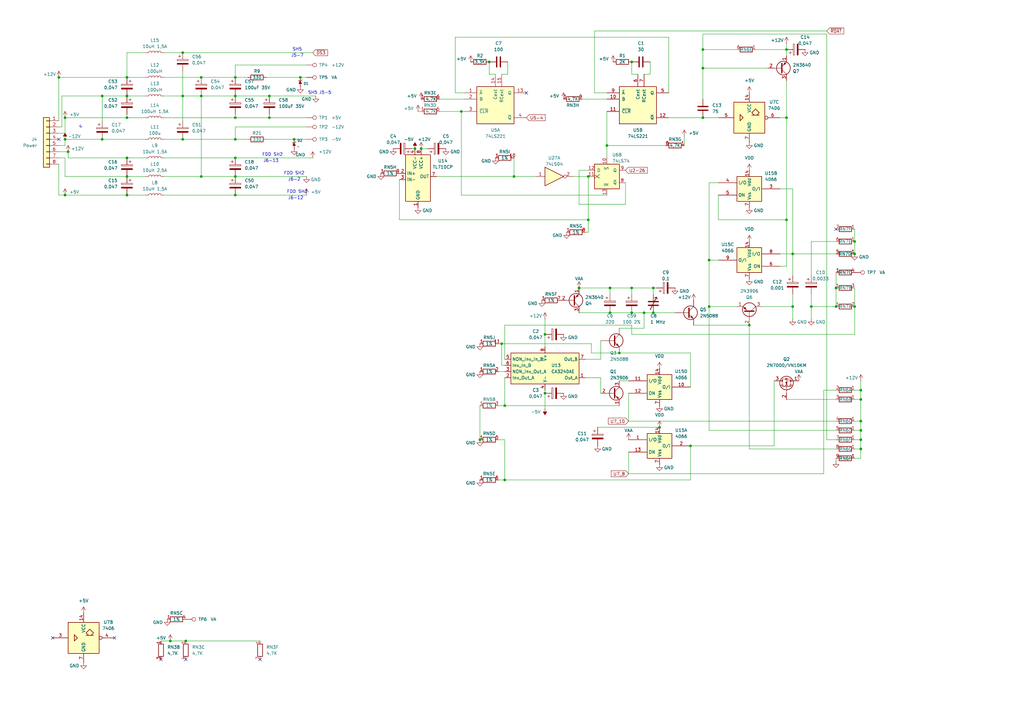
<source format=kicad_sch>
(kicad_sch (version 20250114) (generator "eeschema") (generator_version "9.0")
  (paper "A3")
  (title_block (title "C10-040-0115") (date "10/12/1982") (rev "5") (company "Cromemco") (comment 1 "Sheet 1"))
  (lib_symbols
    (symbol "4xxx_IEEE:4066"
      (property "Reference" "U" (at 2.54 5.08 0))
      (property "Value" "4066" (at 5.08 -5.08 0))
      (symbol "4066_0_1"
        (pin power_in line (at 0 7.62 270) (length 2.54) (name "Vdd") (number "14"))
        (pin power_in line (at 0 -7.62 90) (length 2.54) (name "Vss") (number "7"))
      )
      (symbol "4066_1_1"
        (pin passive line (at -12.7 2.54 0) (length 7.62) (name "I/O") (number "1"))
        (pin input line (at -12.7 -2.54 0) (length 7.62) (name "ON") (number "13"))
        (pin passive line (at 12.7 0 180) (length 7.62) (name "O/I") (number "2"))
      )
      (symbol "4066_2_1"
        (pin passive line (at -12.7 2.54 0) (length 7.62) (name "I/O") (number "4"))
        (pin input line (at -12.7 -2.54 0) (length 7.62) (name "ON") (number "5"))
        (pin passive line (at 12.7 0 180) (length 7.62) (name "O/I") (number "3"))
      )
      (symbol "4066_3_1"
        (pin passive line (at -12.7 2.54 0) (length 7.62) (name "I/O") (number "8"))
        (pin input line (at -12.7 -2.54 0) (length 7.62) (name "ON") (number "6"))
        (pin passive line (at 12.7 0 180) (length 7.62) (name "O/I") (number "9"))
      )
      (symbol "4066_4_1"
        (pin passive line (at -12.7 2.54 0) (length 7.62) (name "I/O") (number "11"))
        (pin input line (at -12.7 -2.54 0) (length 7.62) (name "ON") (number "12"))
        (pin passive line (at 12.7 0 180) (length 7.62) (name "O/I") (number "10"))
      )
    )
    (symbol "74xx:74LS04"
      (property "Reference" "U" (at 0 1.27 0))
      (property "Value" "74LS04" (at 0 -1.27 0))
      (symbol "74LS04_1_0"
        (pin input line (at -7.62 0 0) (length 3.81) (name "~") (number "1"))
        (pin output inverted (at 7.62 0 180) (length 3.81) (name "~") (number "2"))
      )
      (symbol "74LS04_2_0"
        (pin input line (at -7.62 0 0) (length 3.81) (name "~") (number "3"))
        (pin output inverted (at 7.62 0 180) (length 3.81) (name "~") (number "4"))
      )
      (symbol "74LS04_3_0"
        (pin input line (at -7.62 0 0) (length 3.81) (name "~") (number "5"))
        (pin output inverted (at 7.62 0 180) (length 3.81) (name "~") (number "6"))
      )
      (symbol "74LS04_4_0"
        (pin input line (at -7.62 0 0) (length 3.81) (name "~") (number "9"))
        (pin output inverted (at 7.62 0 180) (length 3.81) (name "~") (number "8"))
      )
      (symbol "74LS04_5_0"
        (pin input line (at -7.62 0 0) (length 3.81) (name "~") (number "11"))
        (pin output inverted (at 7.62 0 180) (length 3.81) (name "~") (number "10"))
      )
      (symbol "74LS04_6_0"
        (pin input line (at -7.62 0 0) (length 3.81) (name "~") (number "13"))
        (pin output inverted (at 7.62 0 180) (length 3.81) (name "~") (number "12"))
      )
      (symbol "74LS04_7_0"
        (pin power_in line (at 0 12.7 270) (length 5.08) (name "VCC") (number "14"))
        (pin power_in line (at 0 -12.7 90) (length 5.08) (name "GND") (number "7"))
      )
    )
    (symbol "74xx:74LS221" (pin_names (offset 1.016))
      (property "Reference" "U" (at -7.62 8.89 0))
      (property "Value" "74LS221" (at -7.62 -8.89 0))
      (symbol "74LS221_1_0"
        (pin input line (at -12.7 5.08 0) (length 5.08) (name "~{A}") (number "1"))
        (pin input line (at -12.7 2.54 0) (length 5.08) (name "B") (number "2"))
        (pin input line (at -12.7 -2.54 0) (length 5.08) (name "~{CLR}") (number "3"))
        (pin input line (at 0 12.7 270) (length 5.08) (name "Cext") (number "14"))
        (pin input line (at 2.54 12.7 270) (length 5.08) (name "RCext") (number "15"))
        (pin output line (at 12.7 5.08 180) (length 5.08) (name "Q") (number "13"))
        (pin output line (at 12.7 -5.08 180) (length 5.08) (name "~{Q}") (number "4"))
      )
      (symbol "74LS221_2_0"
        (pin input line (at -12.7 5.08 0) (length 5.08) (name "~{A}") (number "9"))
        (pin input line (at -12.7 2.54 0) (length 5.08) (name "B") (number "10"))
        (pin input line (at -12.7 -2.54 0) (length 5.08) (name "~{CLR}") (number "11"))
        (pin input line (at 0 12.7 270) (length 5.08) (name "Cext") (number "6"))
        (pin input line (at 2.54 12.7 270) (length 5.08) (name "RCext") (number "7"))
        (pin output line (at 12.7 5.08 180) (length 5.08) (name "Q") (number "5"))
        (pin output line (at 12.7 -5.08 180) (length 5.08) (name "~{Q}") (number "12"))
      )
      (symbol "74LS221_3_0"
        (pin power_in line (at 0 12.7 270) (length 5.08) (name "VCC") (number "16"))
        (pin power_in line (at 0 -12.7 90) (length 5.08) (name "GND") (number "8"))
      )
    )
    (symbol "74xx:74LS74" (pin_names (offset 1.016))
      (property "Reference" "U" (at -7.62 8.89 0))
      (property "Value" "74LS74" (at -7.62 -8.89 0))
      (symbol "74LS74_1_0"
        (pin input line (at -7.62 2.54 0) (length 2.54) (name "D") (number "2"))
        (pin input clock (at -7.62 0 0) (length 2.54) (name "C") (number "3"))
        (pin input line (at 0 7.62 270) (length 2.54) (name "~{S}") (number "4"))
        (pin input line (at 0 -7.62 90) (length 2.54) (name "~{R}") (number "1"))
        (pin output line (at 7.62 2.54 180) (length 2.54) (name "Q") (number "5"))
        (pin output line (at 7.62 -2.54 180) (length 2.54) (name "~{Q}") (number "6"))
      )
      (symbol "74LS74_2_0"
        (pin input line (at -7.62 2.54 0) (length 2.54) (name "D") (number "12"))
        (pin input clock (at -7.62 0 0) (length 2.54) (name "C") (number "11"))
        (pin input line (at 0 7.62 270) (length 2.54) (name "~{S}") (number "10"))
        (pin input line (at 0 -7.62 90) (length 2.54) (name "~{R}") (number "13"))
        (pin output line (at 7.62 2.54 180) (length 2.54) (name "Q") (number "9"))
        (pin output line (at 7.62 -2.54 180) (length 2.54) (name "~{Q}") (number "8"))
      )
      (symbol "74LS74_3_0"
        (pin power_in line (at 0 10.16 270) (length 2.54) (name "VCC") (number "14"))
        (pin power_in line (at 0 -10.16 90) (length 2.54) (name "GND") (number "7"))
      )
    )
    (symbol "74xx_IEEE:7406"
      (property "Reference" "U" (at 3.81 7.62 0))
      (property "Value" "7406" (at 6.35 -8.89 0))
      (symbol "7406_0_1"
        (pin power_in line (at 0 10.16 270) (length 3.81) (name "VCC") (number "14"))
        (pin power_in line (at 0 -10.16 90) (length 3.81) (name "GND") (number "7"))
      )
      (symbol "7406_1_1"
        (pin input line (at -12.7 0 0) (length 6.35) (name "~") (number "1"))
        (pin open_collector inverted (at 12.7 0 180) (length 6.35) (name "~") (number "2"))
      )
      (symbol "7406_2_1"
        (pin input line (at -12.7 0 0) (length 6.35) (name "~") (number "3"))
        (pin open_collector inverted (at 12.7 0 180) (length 6.35) (name "~") (number "4"))
      )
      (symbol "7406_3_1"
        (pin input line (at -12.7 0 0) (length 6.35) (name "~") (number "5"))
        (pin open_collector inverted (at 12.7 0 180) (length 6.35) (name "~") (number "6"))
      )
      (symbol "7406_4_1"
        (pin input line (at -12.7 0 0) (length 6.35) (name "~") (number "9"))
        (pin open_collector inverted (at 12.7 0 180) (length 6.35) (name "~") (number "8"))
      )
      (symbol "7406_5_1"
        (pin input line (at -12.7 0 0) (length 6.35) (name "~") (number "11"))
        (pin open_collector inverted (at 12.7 0 180) (length 6.35) (name "~") (number "10"))
      )
      (symbol "7406_6_1"
        (pin input line (at -12.7 0 0) (length 6.35) (name "~") (number "13"))
        (pin open_collector inverted (at 12.7 0 180) (length 6.35) (name "~") (number "12"))
      )
    )
    (symbol "Connector:TestPoint" (pin_numbers (hide yes)) (pin_names (offset 0.762) (hide yes))
      (property "Reference" "TP" (at 0 6.858 0))
      (property "Value" "TestPoint" (at 0 5.08 0))
      (symbol "TestPoint_1_1"
        (pin passive line (at 0 0 90) (length 2.54) (name "1") (number "1"))
      )
    )
    (symbol "Connector_Generic:Conn_01x08" (pin_names (offset 1.016) (hide yes))
      (property "Reference" "J" (at 0 10.16 0))
      (property "Value" "Conn_01x08" (at 0 -12.7 0))
      (symbol "Conn_01x08_1_1"
        (pin passive line (at -5.08 7.62 0) (length 3.81) (name "Pin_1") (number "1"))
        (pin passive line (at -5.08 5.08 0) (length 3.81) (name "Pin_2") (number "2"))
        (pin passive line (at -5.08 2.54 0) (length 3.81) (name "Pin_3") (number "3"))
        (pin passive line (at -5.08 0 0) (length 3.81) (name "Pin_4") (number "4"))
        (pin passive line (at -5.08 -2.54 0) (length 3.81) (name "Pin_5") (number "5"))
        (pin passive line (at -5.08 -5.08 0) (length 3.81) (name "Pin_6") (number "6"))
        (pin passive line (at -5.08 -7.62 0) (length 3.81) (name "Pin_7") (number "7"))
        (pin passive line (at -5.08 -10.16 0) (length 3.81) (name "Pin_8") (number "8"))
      )
    )
    (symbol "Cromemco_C10:CA3240AE"
      (property "Reference" "U" (at 3.81 5.08 0))
      (property "Value" "CA3240AE" (at 3.81 2.54 0))
      (symbol "CA3240AE_1_1"
        (pin input line (at -16.51 -2.54 0) (length 2.54) (name "NON_Inv_In_B") (number "5"))
        (pin input line (at -16.51 -5.08 0) (length 2.54) (name "Inv_In_B") (number "6"))
        (pin input line (at -16.51 -7.62 0) (length 2.54) (name "NON_Inv_Out_A") (number "3"))
        (pin input line (at -16.51 -10.16 0) (length 2.54) (name "Inv_Out_A") (number "2"))
        (pin power_in line (at 0 2.54 270) (length 2.54) (name "V+") (number "8"))
        (pin power_in line (at 0 -15.24 90) (length 2.54) (name "V-") (number "4"))
        (pin output line (at 16.51 -2.54 180) (length 2.54) (name "Out_B") (number "7"))
        (pin output line (at 16.51 -10.16 180) (length 2.54) (name "Out_A") (number "1"))
      )
    )
    (symbol "Cromemco_C10:TL710CP"
      (property "Reference" "U" (at 3.81 5.08 0))
      (property "Value" "TL710CP" (at 3.81 2.54 0))
      (symbol "TL710CP_1_1"
        (pin input line (at -7.62 -7.62 0) (length 2.54) (name "IN+") (number "2"))
        (pin input line (at -7.62 -10.16 0) (length 2.54) (name "IN-") (number "3"))
        (pin power_in line (at -1.27 2.54 270) (length 2.54) (name "VCC-") (number "4"))
        (pin power_in line (at 0 -21.59 90) (length 2.54) (name "GND") (number "1"))
        (pin power_in line (at 1.27 2.54 270) (length 2.54) (name "VCC+") (number "8"))
        (pin output line (at 7.62 -8.89 180) (length 2.54) (name "OUT") (number "7"))
        (pin no_connect line (at 7.62 -11.43 180) (length 2.54) (hide yes) (name "NC") (number "6"))
        (pin no_connect line (at 7.62 -13.97 180) (length 2.54) (hide yes) (name "NC") (number "5"))
      )
    )
    (symbol "Device:C" (pin_numbers (hide yes)) (pin_names (offset 0.254))
      (property "Reference" "C" (at 0.635 2.54 0))
      (property "Value" "C" (at 0.635 -2.54 0))
      (symbol "C_1_1"
        (pin passive line (at 0 3.81 270) (length 2.794) (name "~") (number "1"))
        (pin passive line (at 0 -3.81 90) (length 2.794) (name "~") (number "2"))
      )
    )
    (symbol "Device:C_Polarized" (pin_numbers (hide yes)) (pin_names (offset 0.254))
      (property "Reference" "C" (at 0.635 2.54 0))
      (property "Value" "C_Polarized" (at 0.635 -2.54 0))
      (symbol "C_Polarized_1_1"
        (pin passive line (at 0 3.81 270) (length 2.794) (name "~") (number "1"))
        (pin passive line (at 0 -3.81 90) (length 2.794) (name "~") (number "2"))
      )
    )
    (symbol "Device:C_Variable" (pin_numbers (hide yes)) (pin_names (offset 0.254) (hide yes))
      (property "Reference" "C" (at 0.635 -1.905 0))
      (property "Value" "C_Variable" (at 0.635 -3.81 0))
      (symbol "C_Variable_1_1"
        (pin passive line (at 0 3.81 270) (length 3.048) (name "~") (number "1"))
        (pin passive line (at 0 -3.81 90) (length 3.048) (name "~") (number "2"))
      )
    )
    (symbol "Device:L" (pin_numbers (hide yes)) (pin_names (offset 1.016) (hide yes))
      (property "Reference" "L" (at -1.27 0 90))
      (property "Value" "L" (at 1.905 0 90))
      (symbol "L_1_1"
        (pin passive line (at 0 3.81 270) (length 1.27) (name "1") (number "1"))
        (pin passive line (at 0 -3.81 90) (length 1.27) (name "2") (number "2"))
      )
    )
    (symbol "Device:Q_NPN" (pin_numbers (hide yes)) (pin_names (offset 0) (hide yes))
      (property "Reference" "Q" (at 5.08 1.27 0))
      (property "Value" "Q_NPN" (at 5.08 -1.27 0))
      (symbol "Q_NPN_1_1"
        (pin input line (at -5.08 0 0) (length 2.54) (name "B") (number "B"))
        (pin passive line (at 2.54 5.08 270) (length 2.54) (name "C") (number "C"))
        (pin passive line (at 2.54 -5.08 90) (length 2.54) (name "E") (number "E"))
      )
    )
    (symbol "Device:R" (pin_numbers (hide yes)) (pin_names (offset 0))
      (property "Reference" "R" (at 2.032 0 90))
      (property "Value" "R" (at 0 0 90))
      (symbol "R_1_1"
        (pin passive line (at 0 3.81 270) (length 1.27) (name "~") (number "1"))
        (pin passive line (at 0 -3.81 90) (length 1.27) (name "~") (number "2"))
      )
    )
    (symbol "Device:R_Network06_Split" (pin_names (offset 0) (hide yes))
      (property "Reference" "RN" (at 2.032 0 90))
      (property "Value" "R_Network06_Split" (at 0 0 90))
      (symbol "R_Network06_Split_0_1"
        (pin passive line (at 0 3.81 270) (length 1.27) (name "R1") (number "1"))
      )
      (symbol "R_Network06_Split_1_1"
        (pin passive line (at 0 -3.81 90) (length 1.27) (name "R1.2") (number "2"))
      )
      (symbol "R_Network06_Split_2_1"
        (pin passive line (at 0 -3.81 90) (length 1.27) (name "R2.2") (number "3"))
      )
      (symbol "R_Network06_Split_3_1"
        (pin passive line (at 0 -3.81 90) (length 1.27) (name "R3.2") (number "4"))
      )
      (symbol "R_Network06_Split_4_1"
        (pin passive line (at 0 -3.81 90) (length 1.27) (name "R4.2") (number "5"))
      )
      (symbol "R_Network06_Split_5_1"
        (pin passive line (at 0 -3.81 90) (length 1.27) (name "R5.2") (number "6"))
      )
      (symbol "R_Network06_Split_6_1"
        (pin passive line (at 0 -3.81 90) (length 1.27) (name "R6.2") (number "7"))
      )
    )
    (symbol "Device:R_Network08_Split" (pin_names (offset 0) (hide yes))
      (property "Reference" "RN" (at 2.032 0 90))
      (property "Value" "R_Network08_Split" (at 0 0 90))
      (symbol "R_Network08_Split_0_1"
        (pin passive line (at 0 3.81 270) (length 1.27) (name "R1") (number "1"))
      )
      (symbol "R_Network08_Split_1_1"
        (pin passive line (at 0 -3.81 90) (length 1.27) (name "R1.2") (number "2"))
      )
      (symbol "R_Network08_Split_2_1"
        (pin passive line (at 0 -3.81 90) (length 1.27) (name "R2.2") (number "3"))
      )
      (symbol "R_Network08_Split_3_1"
        (pin passive line (at 0 -3.81 90) (length 1.27) (name "R3.2") (number "4"))
      )
      (symbol "R_Network08_Split_4_1"
        (pin passive line (at 0 -3.81 90) (length 1.27) (name "R4.2") (number "5"))
      )
      (symbol "R_Network08_Split_5_1"
        (pin passive line (at 0 -3.81 90) (length 1.27) (name "R5.2") (number "6"))
      )
      (symbol "R_Network08_Split_6_1"
        (pin passive line (at 0 -3.81 90) (length 1.27) (name "R6.2") (number "7"))
      )
      (symbol "R_Network08_Split_7_1"
        (pin passive line (at 0 -3.81 90) (length 1.27) (name "R7.2") (number "8"))
      )
      (symbol "R_Network08_Split_8_1"
        (pin passive line (at 0 -3.81 90) (length 1.27) (name "R8.2") (number "9"))
      )
    )
    (symbol "Device:R_Network10_Split" (pin_names (offset 0) (hide yes))
      (property "Reference" "RN" (at 2.032 0 90))
      (property "Value" "R_Network10_Split" (at 0 0 90))
      (symbol "R_Network10_Split_0_1"
        (pin passive line (at 0 3.81 270) (length 1.27) (name "R1") (number "1"))
      )
      (symbol "R_Network10_Split_1_1"
        (pin passive line (at 0 -3.81 90) (length 1.27) (name "R1.2") (number "2"))
      )
      (symbol "R_Network10_Split_2_1"
        (pin passive line (at 0 -3.81 90) (length 1.27) (name "R2.2") (number "3"))
      )
      (symbol "R_Network10_Split_3_1"
        (pin passive line (at 0 -3.81 90) (length 1.27) (name "R3.2") (number "4"))
      )
      (symbol "R_Network10_Split_4_1"
        (pin passive line (at 0 -3.81 90) (length 1.27) (name "R4.2") (number "5"))
      )
      (symbol "R_Network10_Split_5_1"
        (pin passive line (at 0 -3.81 90) (length 1.27) (name "R5.2") (number "6"))
      )
      (symbol "R_Network10_Split_6_1"
        (pin passive line (at 0 -3.81 90) (length 1.27) (name "R6.2") (number "7"))
      )
      (symbol "R_Network10_Split_7_1"
        (pin passive line (at 0 -3.81 90) (length 1.27) (name "R7.2") (number "8"))
      )
      (symbol "R_Network10_Split_8_1"
        (pin passive line (at 0 -3.81 90) (length 1.27) (name "R8.2") (number "9"))
      )
      (symbol "R_Network10_Split_9_1"
        (pin passive line (at 0 -3.81 90) (length 1.27) (name "R9.2") (number "10"))
      )
      (symbol "R_Network10_Split_10_1"
        (pin passive line (at 0 -3.81 90) (length 1.27) (name "R10.2") (number "11"))
      )
    )
    (symbol "Smisioto device:SCHOTTKY" (pin_numbers (hide yes)) (pin_names (offset 1.016) (hide yes))
      (property "Reference" "D" (at 0 2.54 0))
      (property "Value" "SCHOTTKY" (at 0 -2.54 0))
      (symbol "SCHOTTKY_1_1"
        (pin passive line (at -1.27 0 0) (length 1.27) (name "A") (number "1"))
        (pin passive line (at 2.54 0 180) (length 1.27) (name "K") (number "2"))
      )
    )
    (symbol "Transistor_BJT:2N3905" (pin_names (offset 0) (hide yes))
      (property "Reference" "Q" (at 5.08 1.905 0))
      (property "Value" "2N3905" (at 5.08 0 0))
      (symbol "2N3905_1_1"
        (pin input line (at -5.08 0 0) (length 2.54) (name "B") (number "2"))
        (pin passive line (at 2.54 5.08 270) (length 2.54) (name "C") (number "3"))
        (pin passive line (at 2.54 -5.08 90) (length 2.54) (name "E") (number "1"))
      )
    )
    (symbol "Transistor_BJT:2N3906" (pin_names (offset 0) (hide yes))
      (property "Reference" "Q" (at 5.08 1.905 0))
      (property "Value" "2N3906" (at 5.08 0 0))
      (symbol "2N3906_1_1"
        (pin input line (at -5.08 0 0) (length 2.54) (name "B") (number "2"))
        (pin passive line (at 2.54 5.08 270) (length 2.54) (name "C") (number "3"))
        (pin passive line (at 2.54 -5.08 90) (length 2.54) (name "E") (number "1"))
      )
    )
    (symbol "Transistor_FET:2N7000" (pin_names (hide yes))
      (property "Reference" "Q" (at 5.08 1.905 0))
      (property "Value" "2N7000" (at 5.08 0 0))
      (symbol "2N7000_1_1"
        (pin input line (at -5.08 0 0) (length 2.54) (name "G") (number "2"))
        (pin passive line (at 2.54 5.08 270) (length 2.54) (name "D") (number "3"))
        (pin passive line (at 2.54 -5.08 90) (length 2.54) (name "S") (number "1"))
      )
    )
    (symbol "power:+12V" (power) (pin_numbers (hide yes)) (pin_names (offset 0) (hide yes))
      (property "Value" "+12V" (at 0 3.556 0))
      (symbol "+12V_1_1"
        (pin power_in line (at 0 0 90) (length 0) (name "~") (number "1"))
      )
    )
    (symbol "power:+5V" (power) (pin_numbers (hide yes)) (pin_names (offset 0) (hide yes))
      (property "Value" "+5V" (at 0 3.556 0))
      (symbol "+5V_1_1"
        (pin power_in line (at 0 0 90) (length 0) (name "~") (number "1"))
      )
    )
    (symbol "power:-12V" (power) (pin_numbers (hide yes)) (pin_names (offset 0) (hide yes))
      (property "Value" "-12V" (at 0 3.556 0))
      (symbol "-12V_0_0"
        (pin power_in line (at 0 0 90) (length 0) (name "~") (number "1"))
      )
    )
    (symbol "power:-5V" (power) (pin_numbers (hide yes)) (pin_names (offset 0) (hide yes))
      (property "Value" "-5V" (at 0 3.556 0))
      (symbol "-5V_0_0"
        (pin power_in line (at 0 0 90) (length 0) (name "~") (number "1"))
      )
    )
    (symbol "power:GND" (power) (pin_numbers (hide yes)) (pin_names (offset 0) (hide yes))
      (property "Value" "GND" (at 0 -3.81 0))
      (symbol "GND_1_1"
        (pin power_in line (at 0 0 270) (length 0) (name "~") (number "1"))
      )
    )
    (symbol "power:VAA" (power) (pin_numbers (hide yes)) (pin_names (offset 0) (hide yes))
      (property "Value" "VAA" (at 0 3.556 0))
      (symbol "VAA_1_1"
        (pin power_in line (at 0 0 90) (length 0) (name "~") (number "1"))
      )
    )
    (symbol "power:VDD" (power) (pin_numbers (hide yes)) (pin_names (offset 0) (hide yes))
      (property "Value" "VDD" (at 0 3.556 0))
      (symbol "VDD_1_1"
        (pin power_in line (at 0 0 90) (length 0) (name "~") (number "1"))
      )
    )
  )
  (text "FDD SH2" (at 120.65 71.12 0) (effects (font (size 1.27 1.27))))
  (text "FDD SH2" (at 111.76 63.5 0) (effects (font (size 1.27 1.27))))
  (text "J6-13" (at 107.95 66.04 0) (effects (font (size 1.27 1.27)) (justify left)))
  (text "J6-2" (at 118.11 73.66 0) (effects (font (size 1.27 1.27)) (justify left)))
  (text "J5-7" (at 119.38 22.86 0) (effects (font (size 1.27 1.27)) (justify left)))
  (text "J6-12" (at 118.11 81.28 0) (effects (font (size 1.27 1.27)) (justify left)))
  (text "SH5" (at 121.92 20.32 0) (effects (font (size 1.27 1.27))))
  (text "4" (at 33.02 52.07 0) (effects (font (size 1.27 1.27))))
  (text "SH5" (at 128.27 38.1 0) (effects (font (size 1.27 1.27))))
  (text "J5-5" (at 130.81 38.1 0) (effects (font (size 1.27 1.27)) (justify left)))
  (text "FDD SH2" (at 121.92 78.74 0) (effects (font (size 1.27 1.27))))
  (junction (at 350.52 125.73))
  (junction (at 74.93 39.37))
  (junction (at 82.55 31.75))
  (junction (at 196.85 180.34))
  (junction (at 290.83 106.68))
  (junction (at 26.67 57.15))
  (junction (at 76.2 262.89))
  (junction (at 325.12 125.73))
  (junction (at 259.08 128.27))
  (junction (at 290.83 125.73))
  (junction (at 172.72 60.96))
  (junction (at 96.52 48.26))
  (junction (at 52.07 64.77))
  (junction (at 52.07 39.37))
  (junction (at 41.91 57.15))
  (junction (at 237.49 118.11))
  (junction (at 96.52 72.39))
  (junction (at 120.65 57.15))
  (junction (at 307.34 133.35))
  (junction (at 350.52 99.06))
  (junction (at 52.07 80.01))
  (junction (at 223.52 161.29))
  (junction (at 170.18 60.96))
  (junction (at 96.52 31.75))
  (junction (at 288.29 20.32))
  (junction (at 270.51 175.26))
  (junction (at 205.74 140.97))
  (junction (at 96.52 64.77))
  (junction (at 74.93 57.15))
  (junction (at 52.07 72.39))
  (junction (at 96.52 80.01))
  (junction (at 27.94 62.23))
  (junction (at 96.52 39.37))
  (junction (at 123.19 31.75))
  (junction (at 322.58 48.26))
  (junction (at 353.06 163.83))
  (junction (at 353.06 160.02))
  (junction (at 288.29 48.26))
  (junction (at 74.93 21.59))
  (junction (at 325.12 104.14))
  (junction (at 248.92 59.69))
  (junction (at 353.06 180.34))
  (junction (at 223.52 137.16))
  (junction (at 322.58 90.17))
  (junction (at 259.08 118.11))
  (junction (at 342.9 118.11))
  (junction (at 82.55 72.39))
  (junction (at 210.82 72.39))
  (junction (at 110.49 39.37))
  (junction (at 24.13 31.75))
  (junction (at 82.55 39.37))
  (junction (at 267.97 118.11))
  (junction (at 250.19 118.11))
  (junction (at 69.85 262.89))
  (junction (at 342.9 125.73))
  (junction (at 264.16 128.27))
  (junction (at 353.06 184.15))
  (junction (at 26.67 48.26))
  (junction (at 52.07 31.75))
  (junction (at 207.01 166.37))
  (junction (at 332.74 125.73))
  (junction (at 267.97 128.27))
  (junction (at 26.67 80.01))
  (junction (at 241.3 90.17))
  (junction (at 52.07 48.26))
  (junction (at 207.01 196.85))
  (junction (at 353.06 172.72))
  (junction (at 288.29 27.94))
  (junction (at 254 144.78))
  (junction (at 353.06 176.53))
  (junction (at 250.19 128.27))
  (junction (at 259.08 25.4))
  (junction (at 283.21 182.88))
  (junction (at 350.52 104.14))
  (junction (at 189.23 45.72))
  (junction (at 200.66 25.4))
  (junction (at 96.52 57.15))
  (junction (at 110.49 48.26))
  (junction (at 322.58 20.32))
  (junction (at 241.3 72.39))
  (junction (at 41.91 39.37))
  (no_connect (at 215.9 38.1))
  (no_connect (at 342.9 93.98))
  (no_connect (at 76.2 270.51))
  (no_connect (at 21.59 261.62))
  (no_connect (at 24.13 57.15))
  (no_connect (at 46.99 261.62))
  (no_connect (at 106.68 270.51))
  (no_connect (at 66.04 270.51))
  (wire (pts (xy 283.21 196.85) (xy 283.21 182.88)))
  (wire (pts (xy 314.96 27.94) (xy 288.29 27.94)))
  (wire (pts (xy 67.31 57.15) (xy 74.93 57.15)))
  (wire (pts (xy 52.07 64.77) (xy 59.69 64.77)))
  (wire (pts (xy 320.04 109.22) (xy 322.58 109.22)))
  (wire (pts (xy 125.73 26.67) (xy 96.52 26.67)))
  (wire (pts (xy 274.32 15.24) (xy 186.69 15.24)))
  (wire (pts (xy 74.93 39.37) (xy 74.93 49.53)))
  (wire (pts (xy 82.55 39.37) (xy 82.55 72.39)))
  (wire (pts (xy 342.9 118.11) (xy 342.9 125.73)))
  (wire (pts (xy 325.12 77.47) (xy 325.12 104.14)))
  (wire (pts (xy 248.92 45.72) (xy 248.92 59.69)))
  (wire (pts (xy 24.13 54.61) (xy 26.67 54.61)))
  (wire (pts (xy 254 134.62) (xy 264.16 134.62)))
  (wire (pts (xy 353.06 156.21) (xy 353.06 160.02)))
  (wire (pts (xy 294.64 80.01) (xy 294.64 90.17)))
  (wire (pts (xy 290.83 74.93) (xy 294.64 74.93)))
  (wire (pts (xy 342.9 99.06) (xy 332.74 99.06)))
  (wire (pts (xy 26.67 59.69) (xy 26.67 57.15)))
  (wire (pts (xy 257.81 194.31) (xy 257.81 185.42)))
  (wire (pts (xy 207.01 180.34) (xy 204.47 180.34)))
  (wire (pts (xy 52.07 72.39) (xy 59.69 72.39)))
  (wire (pts (xy 320.04 104.14) (xy 325.12 104.14)))
  (wire (pts (xy 24.13 62.23) (xy 27.94 62.23)))
  (wire (pts (xy 163.83 73.66) (xy 163.83 90.17)))
  (wire (pts (xy 96.52 31.75) (xy 101.6 31.75)))
  (wire (pts (xy 353.06 180.34) (xy 353.06 184.15)))
  (wire (pts (xy 96.52 72.39) (xy 125.73 72.39)))
  (wire (pts (xy 25.4 39.37) (xy 41.91 39.37)))
  (wire (pts (xy 74.93 39.37) (xy 82.55 39.37)))
  (wire (pts (xy 82.55 72.39) (xy 96.52 72.39)))
  (wire (pts (xy 280.67 55.88) (xy 280.67 59.69)))
  (wire (pts (xy 350.52 180.34) (xy 353.06 180.34)))
  (wire (pts (xy 223.52 137.16) (xy 223.52 142.24)))
  (wire (pts (xy 175.26 60.96) (xy 172.72 60.96)))
  (wire (pts (xy 24.13 52.07) (xy 25.4 52.07)))
  (wire (pts (xy 264.16 134.62) (xy 264.16 128.27)))
  (wire (pts (xy 243.84 12.7) (xy 243.84 38.1)))
  (wire (pts (xy 350.52 125.73) (xy 350.52 137.16)))
  (wire (pts (xy 237.49 83.82) (xy 256.54 83.82)))
  (wire (pts (xy 110.49 48.26) (xy 125.73 48.26)))
  (wire (pts (xy 24.13 31.75) (xy 52.07 31.75)))
  (wire (pts (xy 302.26 20.32) (xy 288.29 20.32)))
  (wire (pts (xy 259.08 118.11) (xy 267.97 118.11)))
  (wire (pts (xy 207.01 166.37) (xy 207.01 154.94)))
  (wire (pts (xy 322.58 163.83) (xy 342.9 163.83)))
  (wire (pts (xy 254 144.78) (xy 283.21 144.78)))
  (wire (pts (xy 290.83 176.53) (xy 290.83 125.73)))
  (wire (pts (xy 237.49 69.85) (xy 237.49 83.82)))
  (wire (pts (xy 207.01 180.34) (xy 207.01 196.85)))
  (wire (pts (xy 353.06 176.53) (xy 353.06 172.72)))
  (wire (pts (xy 259.08 137.16) (xy 350.52 137.16)))
  (wire (pts (xy 204.47 196.85) (xy 207.01 196.85)))
  (wire (pts (xy 294.64 48.26) (xy 288.29 48.26)))
  (wire (pts (xy 353.06 160.02) (xy 350.52 160.02)))
  (wire (pts (xy 204.47 140.97) (xy 205.74 140.97)))
  (wire (pts (xy 96.52 26.67) (xy 96.52 31.75)))
  (wire (pts (xy 120.65 57.15) (xy 125.73 57.15)))
  (wire (pts (xy 288.29 27.94) (xy 288.29 40.64)))
  (wire (pts (xy 322.58 20.32) (xy 322.58 22.86)))
  (wire (pts (xy 259.08 133.35) (xy 207.01 133.35)))
  (wire (pts (xy 223.52 161.29) (xy 223.52 160.02)))
  (wire (pts (xy 82.55 31.75) (xy 96.52 31.75)))
  (wire (pts (xy 350.52 118.11) (xy 350.52 125.73)))
  (wire (pts (xy 290.83 125.73) (xy 290.83 106.68)))
  (wire (pts (xy 241.3 95.25) (xy 241.3 90.17)))
  (wire (pts (xy 110.49 48.26) (xy 110.49 46.99)))
  (wire (pts (xy 257.81 194.31) (xy 337.82 194.31)))
  (wire (pts (xy 27.94 62.23) (xy 27.94 64.77)))
  (wire (pts (xy 189.23 45.72) (xy 190.5 45.72)))
  (wire (pts (xy 74.93 21.59) (xy 128.27 21.59)))
  (wire (pts (xy 223.52 130.81) (xy 223.52 137.16)))
  (wire (pts (xy 189.23 45.72) (xy 189.23 80.01)))
  (wire (pts (xy 264.16 128.27) (xy 267.97 128.27)))
  (wire (pts (xy 288.29 20.32) (xy 288.29 27.94)))
  (wire (pts (xy 342.9 176.53) (xy 290.83 176.53)))
  (wire (pts (xy 322.58 48.26) (xy 322.58 90.17)))
  (wire (pts (xy 74.93 57.15) (xy 96.52 57.15)))
  (wire (pts (xy 67.31 72.39) (xy 82.55 72.39)))
  (wire (pts (xy 307.34 133.35) (xy 307.34 184.15)))
  (wire (pts (xy 332.74 125.73) (xy 342.9 125.73)))
  (wire (pts (xy 52.07 39.37) (xy 59.69 39.37)))
  (wire (pts (xy 186.69 15.24) (xy 186.69 38.1)))
  (wire (pts (xy 312.42 125.73) (xy 325.12 125.73)))
  (wire (pts (xy 196.85 166.37) (xy 196.85 180.34)))
  (wire (pts (xy 353.06 163.83) (xy 353.06 172.72)))
  (wire (pts (xy 52.07 21.59) (xy 52.07 31.75)))
  (wire (pts (xy 254 166.37) (xy 207.01 166.37)))
  (wire (pts (xy 353.06 184.15) (xy 350.52 184.15)))
  (wire (pts (xy 309.88 20.32) (xy 322.58 20.32)))
  (wire (pts (xy 52.07 80.01) (xy 59.69 80.01)))
  (wire (pts (xy 350.52 172.72) (xy 353.06 172.72)))
  (wire (pts (xy 180.34 45.72) (xy 189.23 45.72)))
  (wire (pts (xy 350.52 163.83) (xy 353.06 163.83)))
  (wire (pts (xy 246.38 154.94) (xy 240.03 154.94)))
  (wire (pts (xy 26.67 64.77) (xy 26.67 72.39)))
  (wire (pts (xy 205.74 140.97) (xy 242.57 140.97)))
  (wire (pts (xy 204.47 166.37) (xy 207.01 166.37)))
  (wire (pts (xy 24.13 64.77) (xy 26.67 64.77)))
  (wire (pts (xy 332.74 120.65) (xy 332.74 125.73)))
  (wire (pts (xy 52.07 48.26) (xy 59.69 48.26)))
  (wire (pts (xy 242.57 140.97) (xy 242.57 144.78)))
  (wire (pts (xy 24.13 31.75) (xy 24.13 49.53)))
  (wire (pts (xy 294.64 106.68) (xy 290.83 106.68)))
  (wire (pts (xy 26.67 80.01) (xy 52.07 80.01)))
  (wire (pts (xy 257.81 161.29) (xy 257.81 172.72)))
  (wire (pts (xy 186.69 38.1) (xy 190.5 38.1)))
  (wire (pts (xy 353.06 187.96) (xy 350.52 187.96)))
  (wire (pts (xy 322.58 48.26) (xy 322.58 33.02)))
  (wire (pts (xy 223.52 167.64) (xy 223.52 161.29)))
  (wire (pts (xy 302.26 125.73) (xy 290.83 125.73)))
  (wire (pts (xy 250.19 118.11) (xy 259.08 118.11)))
  (wire (pts (xy 204.47 152.4) (xy 207.01 152.4)))
  (wire (pts (xy 67.31 48.26) (xy 96.52 48.26)))
  (wire (pts (xy 189.23 80.01) (xy 248.92 80.01)))
  (wire (pts (xy 82.55 39.37) (xy 96.52 39.37)))
  (wire (pts (xy 246.38 161.29) (xy 246.38 154.94)))
  (wire (pts (xy 26.67 57.15) (xy 41.91 57.15)))
  (wire (pts (xy 342.9 111.76) (xy 342.9 118.11)))
  (wire (pts (xy 76.2 262.89) (xy 106.68 262.89)))
  (wire (pts (xy 261.62 30.48) (xy 259.08 30.48)))
  (wire (pts (xy 242.57 144.78) (xy 254 144.78)))
  (wire (pts (xy 339.09 12.7) (xy 243.84 12.7)))
  (wire (pts (xy 254 156.21) (xy 257.81 156.21)))
  (wire (pts (xy 210.82 64.77) (xy 210.82 72.39)))
  (wire (pts (xy 267.97 118.11) (xy 267.97 120.65)))
  (wire (pts (xy 337.82 160.02) (xy 337.82 194.31)))
  (wire (pts (xy 203.2 30.48) (xy 200.66 30.48)))
  (wire (pts (xy 171.45 45.72) (xy 172.72 45.72)))
  (wire (pts (xy 234.95 72.39) (xy 241.3 72.39)))
  (wire (pts (xy 322.58 17.78) (xy 322.58 20.32)))
  (wire (pts (xy 24.13 67.31) (xy 24.13 80.01)))
  (wire (pts (xy 67.31 21.59) (xy 74.93 21.59)))
  (wire (pts (xy 207.01 149.86) (xy 205.74 149.86)))
  (wire (pts (xy 96.52 64.77) (xy 128.27 64.77)))
  (wire (pts (xy 96.52 57.15) (xy 101.6 57.15)))
  (wire (pts (xy 353.06 184.15) (xy 353.06 187.96)))
  (wire (pts (xy 259.08 30.48) (xy 259.08 25.4)))
  (wire (pts (xy 96.52 57.15) (xy 96.52 52.07)))
  (wire (pts (xy 353.06 180.34) (xy 353.06 176.53)))
  (wire (pts (xy 26.67 72.39) (xy 52.07 72.39)))
  (wire (pts (xy 241.3 69.85) (xy 237.49 69.85)))
  (wire (pts (xy 325.12 125.73) (xy 325.12 120.65)))
  (wire (pts (xy 246.38 147.32) (xy 240.03 147.32)))
  (wire (pts (xy 27.94 64.77) (xy 52.07 64.77)))
  (wire (pts (xy 96.52 48.26) (xy 110.49 48.26)))
  (wire (pts (xy 205.74 30.48) (xy 208.28 30.48)))
  (wire (pts (xy 307.34 184.15) (xy 342.9 184.15)))
  (wire (pts (xy 342.9 189.23) (xy 342.9 187.96)))
  (wire (pts (xy 250.19 128.27) (xy 259.08 128.27)))
  (wire (pts (xy 337.82 160.02) (xy 342.9 160.02)))
  (wire (pts (xy 237.49 128.27) (xy 250.19 128.27)))
  (wire (pts (xy 207.01 196.85) (xy 283.21 196.85)))
  (wire (pts (xy 245.11 175.26) (xy 270.51 175.26)))
  (wire (pts (xy 52.07 31.75) (xy 59.69 31.75)))
  (wire (pts (xy 325.12 130.81) (xy 325.12 125.73)))
  (wire (pts (xy 24.13 59.69) (xy 26.67 59.69)))
  (wire (pts (xy 240.03 95.25) (xy 241.3 95.25)))
  (wire (pts (xy 237.49 118.11) (xy 250.19 118.11)))
  (wire (pts (xy 110.49 39.37) (xy 129.54 39.37)))
  (wire (pts (xy 267.97 128.27) (xy 276.86 128.27)))
  (wire (pts (xy 210.82 72.39) (xy 219.71 72.39)))
  (wire (pts (xy 66.04 262.89) (xy 69.85 262.89)))
  (wire (pts (xy 163.83 90.17) (xy 241.3 90.17)))
  (wire (pts (xy 246.38 139.7) (xy 246.38 147.32)))
  (wire (pts (xy 59.69 21.59) (xy 52.07 21.59)))
  (wire (pts (xy 41.91 39.37) (xy 52.07 39.37)))
  (wire (pts (xy 332.74 99.06) (xy 332.74 113.03)))
  (wire (pts (xy 288.29 20.32) (xy 288.29 13.97)))
  (wire (pts (xy 274.32 48.26) (xy 288.29 48.26)))
  (wire (pts (xy 339.09 180.34) (xy 342.9 180.34)))
  (wire (pts (xy 350.52 93.98) (xy 350.52 99.06)))
  (wire (pts (xy 350.52 99.06) (xy 350.52 104.14)))
  (wire (pts (xy 342.9 172.72) (xy 257.81 172.72)))
  (wire (pts (xy 264.16 30.48) (xy 266.7 30.48)))
  (wire (pts (xy 205.74 149.86) (xy 205.74 140.97)))
  (wire (pts (xy 259.08 137.16) (xy 259.08 133.35)))
  (wire (pts (xy 74.93 29.21) (xy 74.93 39.37)))
  (wire (pts (xy 67.31 39.37) (xy 74.93 39.37)))
  (wire (pts (xy 325.12 77.47) (xy 320.04 77.47)))
  (wire (pts (xy 243.84 38.1) (xy 248.92 38.1)))
  (wire (pts (xy 256.54 83.82) (xy 256.54 74.93)))
  (wire (pts (xy 208.28 30.48) (xy 208.28 25.4)))
  (wire (pts (xy 41.91 57.15) (xy 59.69 57.15)))
  (wire (pts (xy 123.19 31.75) (xy 125.73 31.75)))
  (wire (pts (xy 266.7 30.48) (xy 266.7 25.4)))
  (wire (pts (xy 67.31 80.01) (xy 96.52 80.01)))
  (wire (pts (xy 96.52 39.37) (xy 110.49 39.37)))
  (wire (pts (xy 52.07 46.99) (xy 52.07 48.26)))
  (wire (pts (xy 24.13 80.01) (xy 26.67 80.01)))
  (wire (pts (xy 288.29 13.97) (xy 339.09 13.97)))
  (wire (pts (xy 283.21 182.88) (xy 317.5 182.88)))
  (wire (pts (xy 248.92 59.69) (xy 248.92 64.77)))
  (wire (pts (xy 207.01 133.35) (xy 207.01 147.32)))
  (wire (pts (xy 332.74 130.81) (xy 332.74 125.73)))
  (wire (pts (xy 320.04 48.26) (xy 322.58 48.26)))
  (wire (pts (xy 294.64 90.17) (xy 322.58 90.17)))
  (wire (pts (xy 69.85 262.89) (xy 76.2 262.89)))
  (wire (pts (xy 67.31 31.75) (xy 82.55 31.75)))
  (wire (pts (xy 274.32 38.1) (xy 274.32 15.24)))
  (wire (pts (xy 26.67 54.61) (xy 26.67 48.26)))
  (wire (pts (xy 317.5 156.21) (xy 317.5 182.88)))
  (wire (pts (xy 350.52 176.53) (xy 353.06 176.53)))
  (wire (pts (xy 168.91 60.96) (xy 170.18 60.96)))
  (wire (pts (xy 200.66 30.48) (xy 200.66 25.4)))
  (wire (pts (xy 96.52 52.07) (xy 125.73 52.07)))
  (wire (pts (xy 109.22 31.75) (xy 123.19 31.75)))
  (wire (pts (xy 96.52 80.01) (xy 125.73 80.01)))
  (wire (pts (xy 179.07 72.39) (xy 210.82 72.39)))
  (wire (pts (xy 41.91 39.37) (xy 41.91 49.53)))
  (wire (pts (xy 26.67 48.26) (xy 52.07 48.26)))
  (wire (pts (xy 96.52 48.26) (xy 96.52 46.99)))
  (wire (pts (xy 109.22 57.15) (xy 120.65 57.15)))
  (wire (pts (xy 241.3 90.17) (xy 241.3 72.39)))
  (wire (pts (xy 67.31 64.77) (xy 96.52 64.77)))
  (wire (pts (xy 259.08 120.65) (xy 259.08 118.11)))
  (wire (pts (xy 325.12 104.14) (xy 342.9 104.14)))
  (wire (pts (xy 250.19 118.11) (xy 250.19 120.65)))
  (wire (pts (xy 259.08 128.27) (xy 264.16 128.27)))
  (wire (pts (xy 290.83 106.68) (xy 290.83 74.93)))
  (wire (pts (xy 284.48 133.35) (xy 307.34 133.35)))
  (wire (pts (xy 325.12 104.14) (xy 325.12 113.03)))
  (wire (pts (xy 322.58 109.22) (xy 322.58 90.17)))
  (wire (pts (xy 248.92 59.69) (xy 273.05 59.69)))
  (wire (pts (xy 238.76 40.64) (xy 248.92 40.64)))
  (wire (pts (xy 339.09 13.97) (xy 339.09 180.34)))
  (wire (pts (xy 353.06 160.02) (xy 353.06 163.83)))
  (wire (pts (xy 25.4 52.07) (xy 25.4 39.37)))
  (wire (pts (xy 180.34 40.64) (xy 190.5 40.64)))
  (wire (pts (xy 283.21 144.78) (xy 283.21 158.75)))
  (wire (pts (xy 267.97 118.11) (xy 269.24 118.11)))
  (global_label "U7_10" (shape input) (at 257.81 172.72 180) (property "Intersheetrefs" "${INTERSHEET_REFS}" (effects (hide yes))))
  (global_label "U2-26" (shape input) (at 256.54 69.85 0) (property "Intersheetrefs" "${INTERSHEET_REFS}" (effects (hide yes))))
  (global_label "U7_8" (shape input) (at 257.81 194.31 180) (property "Intersheetrefs" "${INTERSHEET_REFS}" (effects (hide yes))))
  (global_label "U5-4" (shape input) (at 215.9 48.26 0) (property "Intersheetrefs" "${INTERSHEET_REFS}" (effects (hide yes))))
  (global_label "~{RDAT}" (shape input) (at 339.09 12.7 0) (property "Intersheetrefs" "${INTERSHEET_REFS}" (effects (hide yes))))
  (global_label "~{DS3}" (shape input) (at 128.27 21.59 0) (property "Intersheetrefs" "${INTERSHEET_REFS}" (effects (hide yes))))
  (symbol (lib_id "Device:R") (at 105.41 57.15 90) (unit 1)
    (property "Reference" "R21" (at 105.41 54.61 90))
    (property "Value" "330" (at 105.41 57.15 90))
    (property "Description" "Resistor" (effects (hide yes)))
  )
  (symbol (lib_id "Device:R_Network06_Split") (at 346.71 118.11 90) (mirror x) (unit 2)
    (property "Reference" "RN7" (at 344.17 118.11 90) (effects (justify right)))
    (property "Value" "7,68K" (effects (hide yes)))
    (property "Footprint" "Resistor_THT:R_Array_SIP7" (effects (hide yes)))
    (property "Datasheet" "http://www.vishay.com/docs/31509/csc.pdf" (effects (hide yes)))
    (property "Description" "6 resistor network, star topology, bussed resistors, split" (effects (hide yes)))
  )
  (symbol (lib_id "power:GND") (at 203.2 64.77 0) (mirror y) (unit 1)
    (property "Reference" "#PWR02" (effects (hide yes)))
    (property "Value" "GND" (at 199.39 66.04 0))
    (property "Description" "Power symbol creates a global label with name \"GND\" , ground" (effects (hide yes)))
  )
  (symbol (lib_id "power:GND") (at 276.86 118.11 0) (unit 1)
    (property "Reference" "#PWR037" (effects (hide yes)))
    (property "Value" "GND" (at 280.67 119.38 0))
    (property "Description" "Power symbol creates a global label with name \"GND\" , ground" (effects (hide yes)))
  )
  (symbol (lib_id "4xxx_IEEE:4066") (at 270.51 158.75 0) (unit 4)
    (property "Reference" "U15" (at 279.4 152.3298 0))
    (property "Value" "4066" (at 279.4 154.8698 0))
  )
  (symbol (lib_id "Device:R_Network08_Split") (at 276.86 59.69 270) (mirror x) (unit 7)
    (property "Reference" "RN3" (at 276.86 57.15 90))
    (property "Value" "4,7K" (at 276.86 59.69 90))
    (property "Footprint" "Resistor_THT:R_Array_SIP9" (effects (hide yes)))
    (property "Datasheet" "http://www.vishay.com/docs/31509/csc.pdf" (effects (hide yes)))
    (property "Description" "8 resistor network, star topology, bussed resistors, split" (effects (hide yes)))
  )
  (symbol (lib_id "power:GND") (at 156.21 71.12 0) (mirror y) (unit 1)
    (property "Reference" "#PWR03" (effects (hide yes)))
    (property "Value" "GND" (at 152.4 72.39 0))
    (property "Description" "Power symbol creates a global label with name \"GND\" , ground" (effects (hide yes)))
  )
  (symbol (lib_id "power:+5V") (at 231.14 40.64 0) (mirror y) (unit 1)
    (property "Reference" "#PWR026" (effects (hide yes)))
    (property "Value" "+5V" (at 227.33 39.37 0))
    (property "Description" "Power symbol creates a global label with name \"+5V\"" (effects (hide yes)))
  )
  (symbol (lib_id "power:+5V") (at 307.34 38.1 0) (unit 1)
    (property "Reference" "#PWR031" (effects (hide yes)))
    (property "Value" "+5V" (at 307.34 33.02 0))
    (property "Description" "Power symbol creates a global label with name \"+5V\"" (effects (hide yes)))
  )
  (symbol (lib_id "Device:C_Variable") (at 267.97 124.46 0) (unit 1)
    (property "Reference" "C8" (at 266.7 129.54 0) (effects (justify left)))
    (property "Value" "1 MHz" (at 266.7 132.0801 0) (effects (justify left)))
    (property "Description" "Variable capacitor" (effects (hide yes)))
  )
  (symbol (lib_id "Cromemco_C10:CA3240AE") (at 223.52 144.78 0) (unit 1)
    (property "Reference" "U13" (at 226.06 149.86 0) (effects (justify left)))
    (property "Value" "CA3240AE" (at 226.06 152.4 0) (effects (justify left)))
    (property "Footprint" "Package_DIP:DIP-8_W7.62mm" (effects (hide yes)))
    (property "Datasheet" "https://www.alldatasheet.com/datasheet-pdf/pdf/1051752/RENESAS/CA3240AE.html" (effects (hide yes)))
    (property "Description" "Dual, 4.5MHz, BiMOS Operational Amplifier with MOSFET Input/Bipolar Output" (effects (hide yes)))
    (property "Height" "1.12" (effects (hide yes)))
    (property "Manufacturer_Name" "Vishay" (effects (hide yes)))
    (property "Manufacturer_Part_Number" "SI7852DP-T1-E3" (effects (hide yes)))
    (property "Mouser Part Number" "781-SI7852DP-E3" (effects (hide yes)))
    (property "Mouser Price/Stock" "https://www.mouser.co.uk/ProductDetail/Vishay-Semiconductors/SI7852DP-T1-E3?qs=jcx%252B0HVgj2ZImmWYToGtSA%3D%3D" (effects (hide yes)))
    (property "Arrow Part Number" "SI7852DP-T1-E3" (effects (hide yes)))
    (property "Arrow Price/Stock" "https://www.arrow.com/en/products/si7852dp-t1-e3/vishay?region=nac" (effects (hide yes)))
  )
  (symbol (lib_id "power:+12V") (at 128.27 64.77 0) (unit 1)
    (property "Reference" "#PWR0222" (effects (hide yes)))
    (property "Value" "+12V" (at 133.35 62.23 0))
    (property "Description" "Power symbol creates a global label with name \"+12V\"" (effects (hide yes)))
  )
  (symbol (lib_id "74xx:74LS04") (at 227.33 72.39 0) (unit 1)
    (property "Reference" "U27" (at 227.33 64.77 0))
    (property "Value" "74LS04" (at 227.33 67.31 0))
    (property "Datasheet" "http://www.ti.com/lit/gpn/sn74LS04" (effects (hide yes)))
    (property "Description" "Hex Inverter" (effects (hide yes)))
  )
  (symbol (lib_id "power:-12V") (at 26.67 57.15 0) (unit 1)
    (property "Reference" "#PWR013" (effects (hide yes)))
    (property "Value" "-12V" (at 30.48 55.88 0))
    (property "Description" "Power symbol creates a global label with name \"-12V\"" (effects (hide yes)))
  )
  (symbol (lib_id "power:+5V") (at 26.67 48.26 0) (unit 1)
    (property "Reference" "#PWR012" (effects (hide yes)))
    (property "Value" "+5V" (at 30.48 46.99 0))
    (property "Description" "Power symbol creates a global label with name \"+5V\"" (effects (hide yes)))
  )
  (symbol (lib_id "Connector_Generic:Conn_01x08") (at 19.05 57.15 0) (mirror y) (unit 1)
    (property "Reference" "J4" (at 15.24 57.1499 0) (effects (justify left)))
    (property "Value" "Power" (at 15.24 59.6899 0) (effects (justify left)))
    (property "Description" "Generic connector, single row, 01x08, script generated (kicad-library-utils/schlib/autogen/connector/)" (effects (hide yes)))
  )
  (symbol (lib_id "power:GND") (at 332.74 130.81 0) (unit 1)
    (property "Reference" "#PWR038" (effects (hide yes)))
    (property "Value" "GND" (at 336.55 132.08 0))
    (property "Description" "Power symbol creates a global label with name \"GND\" , ground" (effects (hide yes)))
  )
  (symbol (lib_id "Device:R_Network08_Split") (at 346.71 172.72 270) (unit 3)
    (property "Reference" "RN6" (at 344.17 172.72 90) (effects (justify left)))
    (property "Value" "R_Network08_Split" (effects (hide yes)))
    (property "Footprint" "Resistor_THT:R_Array_SIP9" (effects (hide yes)))
    (property "Datasheet" "http://www.vishay.com/docs/31509/csc.pdf" (effects (hide yes)))
    (property "Description" "8 resistor network, star topology, bussed resistors, split" (effects (hide yes)))
  )
  (symbol (lib_id "Device:R_Network08_Split") (at 234.95 40.64 90) (unit 8)
    (property "Reference" "RN3" (at 234.95 43.18 90))
    (property "Value" "4,7K" (at 234.95 40.64 90))
    (property "Footprint" "Resistor_THT:R_Array_SIP9" (effects (hide yes)))
    (property "Datasheet" "http://www.vishay.com/docs/31509/csc.pdf" (effects (hide yes)))
    (property "Description" "8 resistor network, star topology, bussed resistors, split" (effects (hide yes)))
  )
  (symbol (lib_id "Transistor_BJT:2N3905") (at 320.04 27.94 0) (mirror x) (unit 1)
    (property "Reference" "Q7" (at 325.12 29.2101 0) (effects (justify left)))
    (property "Value" "2N3640" (at 325.12 26.6701 0) (effects (justify left)))
    (property "Footprint" "Package_TO_SOT_THT:TO-92_Inline" (effects (hide yes)))
  )
  (symbol (lib_id "power:+12V") (at 353.06 156.21 0) (mirror y) (unit 1)
    (property "Reference" "#PWR041" (effects (hide yes)))
    (property "Value" "+12V" (at 349.25 154.94 0))
    (property "Description" "Power symbol creates a global label with name \"+12V\"" (effects (hide yes)))
  )
  (symbol (lib_id "Smisioto device:SCHOTTKY") (at 120.65 59.69 90) (unit 1)
    (property "Reference" "D2" (at 121.92 57.5944 90) (effects (font (size 1.016 1.016)) (justify right)))
    (property "Value" "~" (at 121.92 60.1344 90) (effects (font (size 1.016 1.016)) (justify right)))
    (property "Description" "Diode Schottky" (effects (hide yes)))
  )
  (symbol (lib_id "74xx:74LS74") (at 248.92 72.39 0) (unit 2)
    (property "Reference" "U6" (at 251.0633 63.5 0) (effects (justify left)))
    (property "Value" "74LS74" (at 251.0633 66.04 0) (effects (justify left)))
    (property "Datasheet" "74xx/74hc_hct74.pdf" (effects (hide yes)))
    (property "Description" "Dual D Flip-flop, Set & Reset" (effects (hide yes)))
  )
  (symbol (lib_id "power:+5V") (at 172.72 40.64 0) (mirror y) (unit 1)
    (property "Reference" "#PWR024" (effects (hide yes)))
    (property "Value" "+5V" (at 168.91 39.37 0))
    (property "Description" "Power symbol creates a global label with name \"+5V\"" (effects (hide yes)))
  )
  (symbol (lib_id "power:GND") (at 182.88 60.96 0) (unit 1)
    (property "Reference" "#PWR072" (effects (hide yes)))
    (property "Value" "GND" (at 186.69 62.23 0))
    (property "Description" "Power symbol creates a global label with name \"GND\" , ground" (effects (hide yes)))
  )
  (symbol (lib_id "power:GND") (at 270.51 166.37 0) (unit 1)
    (property "Reference" "#PWR040" (effects (hide yes)))
    (property "Value" "GND" (at 274.32 167.64 0))
    (property "Description" "Power symbol creates a global label with name \"GND\" , ground" (effects (hide yes)))
  )
  (symbol (lib_id "Device:C_Polarized") (at 96.52 43.18 0) (unit 1)
    (property "Reference" "C55" (at 100.33 41.0209 0) (effects (justify left)))
    (property "Value" "0,047" (at 100.33 43.5609 0) (effects (justify left)))
    (property "Description" "Polarized capacitor" (effects (hide yes)))
  )
  (symbol (lib_id "Transistor_BJT:2N3906") (at 251.46 161.29 0) (unit 1)
    (property "Reference" "Q1" (at 250.19 152.4 0) (effects (justify left)))
    (property "Value" "2N3906" (at 250.19 154.94 0) (effects (justify left)))
    (property "Footprint" "Package_TO_SOT_THT:TO-92_Inline" (effects (hide yes)))
    (property "Datasheet" "https://www.onsemi.com/pub/Collateral/2N3906-D.PDF" (effects (hide yes)))
    (property "Description" "-0.2A Ic, -40V Vce, Small Signal PNP Transistor, TO-92" (effects (hide yes)))
  )
  (symbol (lib_id "Connector:TestPoint") (at 76.2 254 270) (unit 1)
    (property "Reference" "TP6" (at 81.28 254 90) (effects (justify left)))
    (property "Value" "VA" (at 86.36 254 90) (effects (justify left)))
    (property "Description" "test point" (effects (hide yes)))
  )
  (symbol (lib_id "Device:C_Polarized") (at 82.55 35.56 0) (unit 1)
    (property "Reference" "C54" (at 86.36 33.4009 0) (effects (justify left)))
    (property "Value" "0,047" (at 86.36 35.9409 0) (effects (justify left)))
    (property "Description" "Polarized capacitor" (effects (hide yes)))
  )
  (symbol (lib_id "Device:R_Network08_Split") (at 346.71 160.02 270) (unit 1)
    (property "Reference" "RN6" (at 344.17 160.02 90) (effects (justify left)))
    (property "Value" "R_Network08_Split" (effects (hide yes)))
    (property "Footprint" "Resistor_THT:R_Array_SIP9" (effects (hide yes)))
    (property "Datasheet" "http://www.vishay.com/docs/31509/csc.pdf" (effects (hide yes)))
    (property "Description" "8 resistor network, star topology, bussed resistors, split" (effects (hide yes)))
  )
  (symbol (lib_id "Device:R_Network10_Split") (at 207.01 64.77 90) (unit 9)
    (property "Reference" "RN5" (at 207.01 62.23 90))
    (property "Value" "1%" (at 207.01 64.77 90))
    (property "Footprint" "Resistor_THT:R_Array_SIP11" (effects (hide yes)))
    (property "Datasheet" "http://www.vishay.com/docs/31509/csc.pdf" (effects (hide yes)))
    (property "Description" "10 resistor network, star topology, bussed resistors, split" (effects (hide yes)))
  )
  (symbol (lib_id "Device:C_Polarized") (at 52.07 76.2 0) (mirror y) (unit 1)
    (property "Reference" "C15" (at 48.26 74.0409 0) (effects (justify left)))
    (property "Value" "0,047" (at 48.26 76.5809 0) (effects (justify left)))
    (property "Description" "Polarized capacitor" (effects (hide yes)))
  )
  (symbol (lib_id "power:-5V") (at 223.52 167.64 180) (unit 1)
    (property "Reference" "#PWR064" (effects (hide yes)))
    (property "Value" "-5V" (at 219.71 168.91 0))
    (property "Description" "Power symbol creates a global label with name \"-5V\"" (effects (hide yes)))
  )
  (symbol (lib_id "power:GND") (at 342.9 189.23 0) (unit 1)
    (property "Reference" "#PWR042" (effects (hide yes)))
    (property "Value" "GND" (effects (hide yes)))
    (property "Description" "Power symbol creates a global label with name \"GND\" , ground" (effects (hide yes)))
  )
  (symbol (lib_id "Device:L") (at 63.5 57.15 90) (unit 1)
    (property "Reference" "L11" (at 63.5 52.07 90))
    (property "Value" "100u" (at 63.5 54.61 90))
    (property "Description" "Inductor" (effects (hide yes)))
  )
  (symbol (lib_id "Device:C_Polarized") (at 96.52 35.56 0) (unit 1)
    (property "Reference" "C57" (at 100.33 33.4009 0) (effects (justify left)))
    (property "Value" "100uF 35V" (at 100.33 35.9409 0) (effects (justify left)))
    (property "Description" "Polarized capacitor" (effects (hide yes)))
  )
  (symbol (lib_id "Device:C") (at 204.47 25.4 90) (unit 1)
    (property "Reference" "C7" (at 204.47 17.78 90))
    (property "Value" "100" (at 204.47 20.32 90))
    (property "Description" "Unpolarized capacitor" (effects (hide yes)))
  )
  (symbol (lib_id "Device:R_Network08_Split") (at 176.53 40.64 90) (unit 5)
    (property "Reference" "RN3" (at 179.07 38.1 90) (effects (justify left)))
    (property "Value" "4,7K" (at 179.07 40.64 90) (effects (justify left)))
    (property "Footprint" "Resistor_THT:R_Array_SIP9" (effects (hide yes)))
    (property "Datasheet" "http://www.vishay.com/docs/31509/csc.pdf" (effects (hide yes)))
    (property "Description" "8 resistor network, star topology, bussed resistors, split" (effects (hide yes)))
  )
  (symbol (lib_id "Device:R_Network06_Split") (at 346.71 99.06 270) (unit 5)
    (property "Reference" "RN7" (at 349.25 99.06 90) (effects (justify right)))
    (property "Value" "7,68K" (effects (hide yes)))
    (property "Footprint" "Resistor_THT:R_Array_SIP7" (effects (hide yes)))
    (property "Datasheet" "http://www.vishay.com/docs/31509/csc.pdf" (effects (hide yes)))
    (property "Description" "6 resistor network, star topology, bussed resistors, split" (effects (hide yes)))
  )
  (symbol (lib_id "Transistor_BJT:2N3906") (at 307.34 128.27 270) (mirror x) (unit 1)
    (property "Reference" "Q6" (at 307.34 121.92 90))
    (property "Value" "2N3906" (at 307.34 119.38 90))
    (property "Footprint" "Package_TO_SOT_THT:TO-92_Inline" (effects (hide yes)))
    (property "Datasheet" "https://www.onsemi.com/pub/Collateral/2N3906-D.PDF" (effects (hide yes)))
    (property "Description" "-0.2A Ic, -40V Vce, Small Signal PNP Transistor, TO-92" (effects (hide yes)))
  )
  (symbol (lib_id "power:VDD") (at 307.34 69.85 0) (unit 1)
    (property "Reference" "#PWR053" (effects (hide yes)))
    (property "Value" "VDD" (at 307.34 64.77 0))
    (property "Description" "Power symbol creates a global label with name \"VDD\"" (effects (hide yes)))
  )
  (symbol (lib_id "Device:R_Network10_Split") (at 236.22 95.25 90) (unit 7)
    (property "Reference" "RN5" (at 236.22 92.71 90))
    (property "Value" "1%" (at 236.22 95.25 90))
    (property "Footprint" "Resistor_THT:R_Array_SIP11" (effects (hide yes)))
    (property "Datasheet" "http://www.vishay.com/docs/31509/csc.pdf" (effects (hide yes)))
    (property "Description" "10 resistor network, star topology, bussed resistors, split" (effects (hide yes)))
  )
  (symbol (lib_id "power:GND") (at 34.29 271.78 0) (unit 1)
    (property "Reference" "#PWR055" (effects (hide yes)))
    (property "Value" "GND" (at 30.48 273.05 0))
    (property "Description" "Power symbol creates a global label with name \"GND\" , ground" (effects (hide yes)))
  )
  (symbol (lib_id "power:GND") (at 222.25 123.19 0) (mirror y) (unit 1)
    (property "Reference" "#PWR05" (effects (hide yes)))
    (property "Value" "GND" (at 218.44 124.46 0))
    (property "Description" "Power symbol creates a global label with name \"GND\" , ground" (effects (hide yes)))
  )
  (symbol (lib_id "Device:C") (at 288.29 44.45 0) (unit 1)
    (property "Reference" "C13" (at 292.1 43.1799 0) (effects (justify left)))
    (property "Value" "75" (at 292.1 45.7199 0) (effects (justify left)))
    (property "Description" "Unpolarized capacitor" (effects (hide yes)))
  )
  (symbol (lib_id "Device:R_Network08_Split") (at 76.2 266.7 0) (unit 3)
    (property "Reference" "RN3" (at 78.74 265.4299 0) (effects (justify left)))
    (property "Value" "4,7K" (at 78.74 267.9699 0) (effects (justify left)))
    (property "Footprint" "Resistor_THT:R_Array_SIP9" (effects (hide yes)))
    (property "Datasheet" "http://www.vishay.com/docs/31509/csc.pdf" (effects (hide yes)))
    (property "Description" "8 resistor network, star topology, bussed resistors, split" (effects (hide yes)))
  )
  (symbol (lib_id "Device:R_Network08_Split") (at 66.04 266.7 0) (unit 2)
    (property "Reference" "RN3" (at 68.58 265.4299 0) (effects (justify left)))
    (property "Value" "4,7K" (at 68.58 267.9699 0) (effects (justify left)))
    (property "Footprint" "Resistor_THT:R_Array_SIP9" (effects (hide yes)))
    (property "Datasheet" "http://www.vishay.com/docs/31509/csc.pdf" (effects (hide yes)))
    (property "Description" "8 resistor network, star topology, bussed resistors, split" (effects (hide yes)))
  )
  (symbol (lib_id "power:GND") (at 245.11 182.88 0) (unit 1)
    (property "Reference" "#PWR039" (effects (hide yes)))
    (property "Value" "GND" (at 248.92 184.15 0))
    (property "Description" "Power symbol creates a global label with name \"GND\" , ground" (effects (hide yes)))
  )
  (symbol (lib_id "power:+12V") (at 284.48 123.19 0) (mirror y) (unit 1)
    (property "Reference" "#PWR036" (effects (hide yes)))
    (property "Value" "+12V" (at 280.67 121.92 0))
    (property "Description" "Power symbol creates a global label with name \"+12V\"" (effects (hide yes)))
  )
  (symbol (lib_id "Connector:TestPoint") (at 125.73 52.07 270) (unit 1)
    (property "Reference" "TP2" (at 130.81 52.07 90) (effects (justify left)))
    (property "Value" "-12V" (at 135.89 52.07 90) (effects (justify left)))
    (property "Description" "test point" (effects (hide yes)))
  )
  (symbol (lib_id "4xxx_IEEE:4066") (at 307.34 77.47 0) (unit 2)
    (property "Reference" "U15" (at 316.23 71.0498 0))
    (property "Value" "4066" (at 316.23 73.5898 0))
  )
  (symbol (lib_id "Device:R_Network06_Split") (at 346.71 111.76 90) (mirror x) (unit 3)
    (property "Reference" "RN7" (at 344.17 111.76 90) (effects (justify right)))
    (property "Value" "7,68K" (effects (hide yes)))
    (property "Footprint" "Resistor_THT:R_Array_SIP7" (effects (hide yes)))
    (property "Datasheet" "http://www.vishay.com/docs/31509/csc.pdf" (effects (hide yes)))
    (property "Description" "6 resistor network, star topology, bussed resistors, split" (effects (hide yes)))
  )
  (symbol (lib_id "Connector:TestPoint") (at 350.52 111.76 270) (mirror x) (unit 1)
    (property "Reference" "TP7" (at 355.6 111.76 90) (effects (justify left)))
    (property "Value" "VA" (at 360.68 111.76 90) (effects (justify left)))
    (property "Description" "test point" (effects (hide yes)))
  )
  (symbol (lib_id "power:+5V") (at 193.04 25.4 0) (mirror y) (unit 1)
    (property "Reference" "#PWR025" (effects (hide yes)))
    (property "Value" "+5V" (at 189.23 24.13 0))
    (property "Description" "Power symbol creates a global label with name \"+5V\"" (effects (hide yes)))
  )
  (symbol (lib_id "Device:C_Polarized") (at 179.07 60.96 90) (unit 1)
    (property "Reference" "C5" (at 182.88 55.88 90))
    (property "Value" "0,047" (at 182.88 58.42 90))
    (property "Description" "Polarized capacitor" (effects (hide yes)))
  )
  (symbol (lib_id "Device:C_Polarized") (at 110.49 43.18 0) (unit 1)
    (property "Reference" "C58" (at 114.3 41.0209 0) (effects (justify left)))
    (property "Value" "100uF 35V" (at 114.3 43.5609 0) (effects (justify left)))
    (property "Description" "Polarized capacitor" (effects (hide yes)))
  )
  (symbol (lib_id "Device:C_Polarized") (at 325.12 116.84 0) (unit 1)
    (property "Reference" "C12" (at 318.77 115.57 0))
    (property "Value" "0,001" (at 318.77 118.11 0))
    (property "Description" "Polarized capacitor" (effects (hide yes)))
  )
  (symbol (lib_id "Device:R_Network08_Split") (at 106.68 266.7 0) (unit 6)
    (property "Reference" "RN3" (at 109.22 265.4299 0) (effects (justify left)))
    (property "Value" "4,7K" (at 109.22 267.9699 0) (effects (justify left)))
    (property "Footprint" "Resistor_THT:R_Array_SIP9" (effects (hide yes)))
    (property "Datasheet" "http://www.vishay.com/docs/31509/csc.pdf" (effects (hide yes)))
    (property "Description" "8 resistor network, star topology, bussed resistors, split" (effects (hide yes)))
  )
  (symbol (lib_id "Transistor_BJT:2N3905") (at 234.95 123.19 0) (mirror x) (unit 1)
    (property "Reference" "Q4" (at 240.03 124.4601 0) (effects (justify left)))
    (property "Value" "2N3640" (at 240.03 121.9201 0) (effects (justify left)))
    (property "Footprint" "Package_TO_SOT_THT:TO-92_Inline" (effects (hide yes)))
  )
  (symbol (lib_id "power:+5V") (at 125.73 80.01 0) (unit 1)
    (property "Reference" "#PWR0224" (effects (hide yes)))
    (property "Value" "+5V" (at 129.54 78.74 0))
    (property "Description" "Power symbol creates a global label with name \"+5V\"" (effects (hide yes)))
  )
  (symbol (lib_id "power:GND") (at 123.19 35.56 0) (unit 1)
    (property "Reference" "#PWR06" (effects (hide yes)))
    (property "Value" "GND" (at 119.38 36.83 0))
    (property "Description" "Power symbol creates a global label with name \"GND\" , ground" (effects (hide yes)))
  )
  (symbol (lib_id "Device:C_Polarized") (at 326.39 20.32 90) (unit 1)
    (property "Reference" "C14" (at 330.2 15.24 90))
    (property "Value" "0,047" (at 330.2 17.78 90))
    (property "Description" "Polarized capacitor" (effects (hide yes)))
  )
  (symbol (lib_id "power:GND") (at 307.34 114.3 0) (unit 1)
    (property "Reference" "#PWR044" (effects (hide yes)))
    (property "Value" "GND" (at 311.15 115.57 0))
    (property "Description" "Power symbol creates a global label with name \"GND\" , ground" (effects (hide yes)))
  )
  (symbol (lib_id "Device:R_Network10_Split") (at 226.06 123.19 90) (unit 6)
    (property "Reference" "RN5" (at 226.06 120.65 90))
    (property "Value" "1%" (at 226.06 123.19 90))
    (property "Footprint" "Resistor_THT:R_Array_SIP11" (effects (hide yes)))
    (property "Datasheet" "http://www.vishay.com/docs/31509/csc.pdf" (effects (hide yes)))
    (property "Description" "10 resistor network, star topology, bussed resistors, split" (effects (hide yes)))
  )
  (symbol (lib_id "power:+5V") (at 34.29 251.46 0) (unit 1)
    (property "Reference" "#PWR052" (effects (hide yes)))
    (property "Value" "+5V" (at 34.29 246.38 0))
    (property "Description" "Power symbol creates a global label with name \"+5V\"" (effects (hide yes)))
  )
  (symbol (lib_id "Device:C_Polarized") (at 52.07 35.56 0) (mirror y) (unit 1)
    (property "Reference" "C53" (at 48.26 33.4009 0) (effects (justify left)))
    (property "Value" "0,047" (at 48.26 35.9409 0) (effects (justify left)))
    (property "Description" "Polarized capacitor" (effects (hide yes)))
  )
  (symbol (lib_id "power:GND") (at 307.34 58.42 0) (unit 1)
    (property "Reference" "#PWR032" (effects (hide yes)))
    (property "Value" "GND" (at 311.15 59.69 0))
    (property "Description" "Power symbol creates a global label with name \"GND\" , ground" (effects (hide yes)))
  )
  (symbol (lib_id "power:GND") (at 196.85 180.34 0) (mirror y) (unit 1)
    (property "Reference" "#PWR0220" (effects (hide yes)))
    (property "Value" "GND" (at 193.04 181.61 0))
    (property "Description" "Power symbol creates a global label with name \"GND\" , ground" (effects (hide yes)))
  )
  (symbol (lib_id "power:GND") (at 231.14 137.16 0) (unit 1)
    (property "Reference" "#PWR066" (effects (hide yes)))
    (property "Value" "GND" (at 234.95 138.43 0))
    (property "Description" "Power symbol creates a global label with name \"GND\" , ground" (effects (hide yes)))
  )
  (symbol (lib_id "power:GND") (at 171.45 85.09 0) (unit 1)
    (property "Reference" "#PWR071" (effects (hide yes)))
    (property "Value" "GND" (at 175.26 86.36 0))
    (property "Description" "Power symbol creates a global label with name \"GND\" , ground" (effects (hide yes)))
  )
  (symbol (lib_id "Device:C_Polarized") (at 74.93 53.34 0) (unit 1)
    (property "Reference" "C51" (at 78.74 51.1809 0) (effects (justify left)))
    (property "Value" "0,047" (at 78.74 53.7209 0) (effects (justify left)))
    (property "Description" "Polarized capacitor" (effects (hide yes)))
  )
  (symbol (lib_id "Cromemco_C10:TL710CP") (at 171.45 63.5 0) (unit 1)
    (property "Reference" "U14" (at 181.61 65.9698 0))
    (property "Value" "TL710CP" (at 181.61 68.5098 0))
    (property "Footprint" "Package_DIP:DIP-8_W7.62mm" (effects (hide yes)))
    (property "Datasheet" "https://www.alldatasheet.com/datasheet-pdf/pdf/1051752/RENESAS/CA3240AE.html" (effects (hide yes)))
    (property "Description" "Dual, 4.5MHz, BiMOS Operational Amplifier with MOSFET Input/Bipolar Output" (effects (hide yes)))
    (property "Height" "1.12" (effects (hide yes)))
    (property "Manufacturer_Name" "Vishay" (effects (hide yes)))
    (property "Manufacturer_Part_Number" "SI7852DP-T1-E3" (effects (hide yes)))
    (property "Mouser Part Number" "781-SI7852DP-E3" (effects (hide yes)))
    (property "Mouser Price/Stock" "https://www.mouser.co.uk/ProductDetail/Vishay-Semiconductors/SI7852DP-T1-E3?qs=jcx%252B0HVgj2ZImmWYToGtSA%3D%3D" (effects (hide yes)))
    (property "Arrow Part Number" "SI7852DP-T1-E3" (effects (hide yes)))
    (property "Arrow Price/Stock" "https://www.arrow.com/en/products/si7852dp-t1-e3/vishay?region=nac" (effects (hide yes)))
  )
  (symbol (lib_id "Device:R_Network10_Split") (at 160.02 71.12 90) (unit 8)
    (property "Reference" "RN5" (at 160.02 68.58 90))
    (property "Value" "1%" (at 160.02 71.12 90))
    (property "Footprint" "Resistor_THT:R_Array_SIP11" (effects (hide yes)))
    (property "Datasheet" "http://www.vishay.com/docs/31509/csc.pdf" (effects (hide yes)))
    (property "Description" "10 resistor network, star topology, bussed resistors, split" (effects (hide yes)))
  )
  (symbol (lib_id "74xx_IEEE:7406") (at 34.29 261.62 0) (unit 2)
    (property "Reference" "U7" (at 44.45 255.1998 0))
    (property "Value" "7406" (at 44.45 257.7398 0))
  )
  (symbol (lib_id "Device:R") (at 105.41 31.75 90) (unit 1)
    (property "Reference" "R9" (at 105.41 29.21 90))
    (property "Value" "330" (at 105.41 31.75 90))
    (property "Description" "Resistor" (effects (hide yes)))
  )
  (symbol (lib_id "Device:R_Network10_Split") (at 200.66 180.34 90) (unit 4)
    (property "Reference" "RN5" (at 200.66 177.8 90))
    (property "Value" "1%" (at 200.66 180.34 90))
    (property "Footprint" "Resistor_THT:R_Array_SIP11" (effects (hide yes)))
    (property "Datasheet" "http://www.vishay.com/docs/31509/csc.pdf" (effects (hide yes)))
    (property "Description" "10 resistor network, star topology, bussed resistors, split" (effects (hide yes)))
  )
  (symbol (lib_id "Device:R_Network08_Split") (at 176.53 45.72 90) (unit 4)
    (property "Reference" "RN3" (at 179.07 43.18 90) (effects (justify left)))
    (property "Value" "4,7K" (at 179.07 45.72 90) (effects (justify left)))
    (property "Footprint" "Resistor_THT:R_Array_SIP9" (effects (hide yes)))
    (property "Datasheet" "http://www.vishay.com/docs/31509/csc.pdf" (effects (hide yes)))
    (property "Description" "8 resistor network, star topology, bussed resistors, split" (effects (hide yes)))
  )
  (symbol (lib_id "Device:L") (at 63.5 80.01 90) (unit 1)
    (property "Reference" "L8" (at 63.5 74.93 90))
    (property "Value" "10uH 1,5A" (at 63.5 77.47 90))
    (property "Description" "Inductor" (effects (hide yes)))
  )
  (symbol (lib_id "4xxx_IEEE:4066") (at 270.51 182.88 0) (unit 1)
    (property "Reference" "U15" (at 279.4 176.4598 0))
    (property "Value" "4066" (at 279.4 178.9998 0))
  )
  (symbol (lib_id "power:GND") (at 307.34 85.09 0) (unit 1)
    (property "Reference" "#PWR045" (effects (hide yes)))
    (property "Value" "GND" (at 311.15 86.36 0))
    (property "Description" "Power symbol creates a global label with name \"GND\" , ground" (effects (hide yes)))
  )
  (symbol (lib_id "Device:R_Network08_Split") (at 306.07 20.32 270) (unit 5)
    (property "Reference" "RN6" (at 303.53 20.32 90) (effects (justify left)))
    (property "Value" "R_Network08_Split" (effects (hide yes)))
    (property "Footprint" "Resistor_THT:R_Array_SIP9" (effects (hide yes)))
    (property "Datasheet" "http://www.vishay.com/docs/31509/csc.pdf" (effects (hide yes)))
    (property "Description" "8 resistor network, star topology, bussed resistors, split" (effects (hide yes)))
  )
  (symbol (lib_id "power:GND") (at 325.12 130.81 0) (unit 1)
    (property "Reference" "#PWR035" (effects (hide yes)))
    (property "Value" "GND" (at 328.93 132.08 0))
    (property "Description" "Power symbol creates a global label with name \"GND\" , ground" (effects (hide yes)))
  )
  (symbol (lib_id "Device:Q_NPN") (at 281.94 128.27 0) (unit 1)
    (property "Reference" "Q5" (at 287.02 126.9999 0) (effects (justify left)))
    (property "Value" "2N5088" (at 287.02 129.5399 0) (effects (justify left)))
    (property "Description" "NPN bipolar junction transistor" (effects (hide yes)))
  )
  (symbol (lib_id "power:VDD") (at 270.51 151.13 0) (unit 1)
    (property "Reference" "#PWR062" (effects (hide yes)))
    (property "Value" "VDD" (at 270.51 146.05 0))
    (property "Description" "Power symbol creates a global label with name \"VDD\"" (effects (hide yes)))
  )
  (symbol (lib_id "Device:R_Network10_Split") (at 200.66 196.85 90) (unit 5)
    (property "Reference" "RN5" (at 200.66 194.31 90))
    (property "Value" "1%" (at 200.66 196.85 90))
    (property "Footprint" "Resistor_THT:R_Array_SIP11" (effects (hide yes)))
    (property "Datasheet" "http://www.vishay.com/docs/31509/csc.pdf" (effects (hide yes)))
    (property "Description" "10 resistor network, star topology, bussed resistors, split" (effects (hide yes)))
  )
  (symbol (lib_id "Device:C_Polarized") (at 41.91 53.34 0) (unit 1)
    (property "Reference" "C17" (at 45.72 51.1809 0) (effects (justify left)))
    (property "Value" "0,047" (at 45.72 53.7209 0) (effects (justify left)))
    (property "Description" "Polarized capacitor" (effects (hide yes)))
  )
  (symbol (lib_id "Device:R_Network08_Split") (at 346.71 187.96 270) (mirror x) (unit 8)
    (property "Reference" "RN6" (at 344.17 187.96 90) (effects (justify left)))
    (property "Value" "R_Network08_Split" (effects (hide yes)))
    (property "Footprint" "Resistor_THT:R_Array_SIP9" (effects (hide yes)))
    (property "Datasheet" "http://www.vishay.com/docs/31509/csc.pdf" (effects (hide yes)))
    (property "Description" "8 resistor network, star topology, bussed resistors, split" (effects (hide yes)))
  )
  (symbol (lib_id "power:GND") (at 68.58 254 0) (unit 1)
    (property "Reference" "#PWR0219" (effects (hide yes)))
    (property "Value" "GND" (at 64.77 255.27 0))
    (property "Description" "Power symbol creates a global label with name \"GND\" , ground" (effects (hide yes)))
  )
  (symbol (lib_id "power:+12V") (at 223.52 130.81 0) (mirror y) (unit 1)
    (property "Reference" "#PWR063" (effects (hide yes)))
    (property "Value" "+12V" (at 219.71 129.54 0))
    (property "Description" "Power symbol creates a global label with name \"+12V\"" (effects (hide yes)))
  )
  (symbol (lib_id "Device:R") (at 196.85 25.4 90) (unit 1)
    (property "Reference" "R2" (at 196.85 22.86 90))
    (property "Value" "3,3K" (at 196.85 25.4 90))
    (property "Description" "Resistor" (effects (hide yes)))
  )
  (symbol (lib_id "Device:L") (at 63.5 48.26 90) (unit 1)
    (property "Reference" "L14" (at 63.5 43.18 90))
    (property "Value" "100uH 1,5A" (at 63.5 45.72 90))
    (property "Description" "Inductor" (effects (hide yes)))
  )
  (symbol (lib_id "power:GND") (at 196.85 140.97 0) (mirror y) (unit 1)
    (property "Reference" "#PWR0218" (effects (hide yes)))
    (property "Value" "GND" (at 193.04 142.24 0))
    (property "Description" "Power symbol creates a global label with name \"GND\" , ground" (effects (hide yes)))
  )
  (symbol (lib_id "Connector:TestPoint") (at 125.73 57.15 270) (unit 1)
    (property "Reference" "TP3" (at 130.81 57.15 90) (effects (justify left)))
    (property "Value" "-5V" (at 135.89 57.1501 90) (effects (justify left)))
    (property "Description" "test point" (effects (hide yes)))
  )
  (symbol (lib_id "Device:C_Polarized") (at 96.52 76.2 0) (unit 1)
    (property "Reference" "C50" (at 100.33 74.0409 0) (effects (justify left)))
    (property "Value" "0,047" (at 100.33 76.5809 0) (effects (justify left)))
    (property "Description" "Polarized capacitor" (effects (hide yes)))
  )
  (symbol (lib_id "Connector:TestPoint") (at 125.73 31.75 270) (unit 1)
    (property "Reference" "TP5" (at 130.81 31.75 90) (effects (justify left)))
    (property "Value" "VA" (at 135.89 31.75 90) (effects (justify left)))
    (property "Description" "test point" (effects (hide yes)))
  )
  (symbol (lib_id "Device:C_Polarized") (at 245.11 179.07 0) (unit 1)
    (property "Reference" "C11" (at 238.76 177.8 0))
    (property "Value" "0,047" (at 238.76 180.34 0))
    (property "Description" "Polarized capacitor" (effects (hide yes)))
  )
  (symbol (lib_id "Device:L") (at 63.5 39.37 90) (unit 1)
    (property "Reference" "L13" (at 63.5 34.29 90))
    (property "Value" "100uH" (at 63.5 36.83 90))
    (property "Description" "Inductor" (effects (hide yes)))
  )
  (symbol (lib_id "Device:C_Polarized") (at 332.74 116.84 0) (unit 1)
    (property "Reference" "C10" (at 336.55 111.76 0))
    (property "Value" "0,0033" (at 336.55 114.3 0))
    (property "Description" "Polarized capacitor" (effects (hide yes)))
  )
  (symbol (lib_id "power:+5V") (at 251.46 25.4 0) (mirror y) (unit 1)
    (property "Reference" "#PWR027" (effects (hide yes)))
    (property "Value" "+5V" (at 247.65 24.13 0))
    (property "Description" "Power symbol creates a global label with name \"+5V\"" (effects (hide yes)))
  )
  (symbol (lib_id "74xx:74LS221") (at 261.62 43.18 0) (unit 2)
    (property "Reference" "U5" (at 261.62 53.34 0))
    (property "Value" "74LS221" (at 261.62 55.88 0))
    (property "Datasheet" "http://www.ti.com/lit/gpn/sn74LS221" (effects (hide yes)))
    (property "Description" "Dual Monostable" (effects (hide yes)))
  )
  (symbol (lib_id "power:VAA") (at 257.81 180.34 0) (unit 1)
    (property "Reference" "#PWR069" (effects (hide yes)))
    (property "Value" "VAA" (at 257.81 176.53 0))
    (property "Description" "Power symbol creates a global label with name \"VAA\"" (effects (hide yes)))
  )
  (symbol (lib_id "Connector:TestPoint") (at 125.73 48.26 270) (unit 1)
    (property "Reference" "TP1" (at 130.81 48.26 90) (effects (justify left)))
    (property "Value" "+5V" (at 135.89 48.26 90) (effects (justify left)))
    (property "Description" "test point" (effects (hide yes)))
  )
  (symbol (lib_id "Device:C_Polarized") (at 165.1 60.96 270) (mirror x) (unit 1)
    (property "Reference" "C4" (at 161.29 55.88 90))
    (property "Value" "0,047" (at 161.29 58.42 90))
    (property "Description" "Polarized capacitor" (effects (hide yes)))
  )
  (symbol (lib_id "power:GND") (at 125.73 72.39 0) (unit 1)
    (property "Reference" "#PWR0223" (effects (hide yes)))
    (property "Value" "GND" (at 129.54 73.66 0))
    (property "Description" "Power symbol creates a global label with name \"GND\" , ground" (effects (hide yes)))
  )
  (symbol (lib_id "Device:C_Polarized") (at 273.05 118.11 90) (unit 1)
    (property "Reference" "C9" (at 273.05 111.76 90))
    (property "Value" "0,1" (at 273.05 114.3 90))
    (property "Description" "Polarized capacitor" (effects (hide yes)))
  )
  (symbol (lib_id "power:GND") (at 196.85 196.85 0) (mirror y) (unit 1)
    (property "Reference" "#PWR08" (effects (hide yes)))
    (property "Value" "GND" (at 193.04 198.12 0))
    (property "Description" "Power symbol creates a global label with name \"GND\" , ground" (effects (hide yes)))
  )
  (symbol (lib_id "Device:R") (at 255.27 25.4 90) (unit 1)
    (property "Reference" "R1" (at 255.27 22.86 90))
    (property "Value" "2K" (at 255.27 25.4 90))
    (property "Description" "Resistor" (effects (hide yes)))
  )
  (symbol (lib_id "power:GND") (at 196.85 152.4 0) (mirror y) (unit 1)
    (property "Reference" "#PWR0217" (effects (hide yes)))
    (property "Value" "GND" (at 193.04 153.67 0))
    (property "Description" "Power symbol creates a global label with name \"GND\" , ground" (effects (hide yes)))
  )
  (symbol (lib_id "Device:C_Polarized") (at 259.08 124.46 0) (unit 1)
    (property "Reference" "C59" (at 259.08 129.54 0))
    (property "Value" "100 2%" (at 259.08 132.08 0))
    (property "Description" "Polarized capacitor" (effects (hide yes)))
  )
  (symbol (lib_id "power:GND") (at 350.52 104.14 0) (unit 1)
    (property "Reference" "#PWR0226" (effects (hide yes)))
    (property "Value" "GND" (at 354.33 105.41 0))
    (property "Description" "Power symbol creates a global label with name \"GND\" , ground" (effects (hide yes)))
  )
  (symbol (lib_id "power:GND") (at 231.14 161.29 0) (unit 1)
    (property "Reference" "#PWR065" (effects (hide yes)))
    (property "Value" "GND" (at 234.95 162.56 0))
    (property "Description" "Power symbol creates a global label with name \"GND\" , ground" (effects (hide yes)))
  )
  (symbol (lib_id "Device:R_Network08_Split") (at 346.71 163.83 270) (unit 2)
    (property "Reference" "RN6" (at 344.17 163.83 90) (effects (justify left)))
    (property "Value" "R_Network08_Split" (effects (hide yes)))
    (property "Footprint" "Resistor_THT:R_Array_SIP9" (effects (hide yes)))
    (property "Datasheet" "http://www.vishay.com/docs/31509/csc.pdf" (effects (hide yes)))
    (property "Description" "8 resistor network, star topology, bussed resistors, split" (effects (hide yes)))
  )
  (symbol (lib_id "Device:R_Network08_Split") (at 346.71 176.53 270) (unit 4)
    (property "Reference" "RN6" (at 344.17 176.53 90) (effects (justify left)))
    (property "Value" "R_Network08_Split" (effects (hide yes)))
    (property "Footprint" "Resistor_THT:R_Array_SIP9" (effects (hide yes)))
    (property "Datasheet" "http://www.vishay.com/docs/31509/csc.pdf" (effects (hide yes)))
    (property "Description" "8 resistor network, star topology, bussed resistors, split" (effects (hide yes)))
  )
  (symbol (lib_id "Connector:TestPoint") (at 125.73 26.67 270) (unit 1)
    (property "Reference" "TP4" (at 130.81 26.67 90) (effects (justify left)))
    (property "Value" "+12V" (at 135.89 26.67 90) (effects (justify left)))
    (property "Description" "test point" (effects (hide yes)))
  )
  (symbol (lib_id "Device:R_Network10_Split") (at 200.66 166.37 90) (unit 2)
    (property "Reference" "RN5" (at 200.66 163.83 90))
    (property "Value" "1%" (at 200.66 166.37 90))
    (property "Footprint" "Resistor_THT:R_Array_SIP11" (effects (hide yes)))
    (property "Datasheet" "http://www.vishay.com/docs/31509/csc.pdf" (effects (hide yes)))
    (property "Description" "10 resistor network, star topology, bussed resistors, split" (effects (hide yes)))
  )
  (symbol (lib_id "Device:C_Polarized") (at 52.07 68.58 0) (mirror y) (unit 1)
    (property "Reference" "C16" (at 48.26 66.4209 0) (effects (justify left)))
    (property "Value" "0,047" (at 48.26 68.9609 0) (effects (justify left)))
    (property "Description" "Polarized capacitor" (effects (hide yes)))
  )
  (symbol (lib_id "power:+12V") (at 172.72 60.96 0) (unit 1)
    (property "Reference" "#PWR074" (effects (hide yes)))
    (property "Value" "+12V" (at 173.99 57.15 0))
    (property "Description" "Power symbol creates a global label with name \"+12V\"" (effects (hide yes)))
  )
  (symbol (lib_id "power:GND") (at 232.41 95.25 0) (mirror y) (unit 1)
    (property "Reference" "#PWR04" (effects (hide yes)))
    (property "Value" "GND" (at 228.6 96.52 0))
    (property "Description" "Power symbol creates a global label with name \"GND\" , ground" (effects (hide yes)))
  )
  (symbol (lib_id "power:GND") (at 161.29 60.96 0) (mirror y) (unit 1)
    (property "Reference" "#PWR073" (effects (hide yes)))
    (property "Value" "GND" (at 157.48 62.23 0))
    (property "Description" "Power symbol creates a global label with name \"GND\" , ground" (effects (hide yes)))
  )
  (symbol (lib_id "Device:L") (at 63.5 21.59 90) (unit 1)
    (property "Reference" "L15" (at 63.5 16.51 90))
    (property "Value" "10uH 1,5A" (at 63.5 19.05 90))
    (property "Description" "Inductor" (effects (hide yes)))
  )
  (symbol (lib_id "power:+12V") (at 27.94 62.23 0) (unit 1)
    (property "Reference" "#PWR014" (effects (hide yes)))
    (property "Value" "+12V" (at 31.75 60.96 0))
    (property "Description" "Power symbol creates a global label with name \"+12V\"" (effects (hide yes)))
  )
  (symbol (lib_id "power:-5V") (at 170.18 60.96 0) (unit 1)
    (property "Reference" "#PWR075" (effects (hide yes)))
    (property "Value" "-5V" (at 167.64 57.15 0))
    (property "Description" "Power symbol creates a global label with name \"-5V\"" (effects (hide yes)))
  )
  (symbol (lib_id "Device:Q_NPN") (at 251.46 139.7 0) (unit 1)
    (property "Reference" "Q3" (at 250.19 144.78 0) (effects (justify left)))
    (property "Value" "2N5088" (at 250.19 147.32 0) (effects (justify left)))
    (property "Description" "NPN bipolar junction transistor" (effects (hide yes)))
  )
  (symbol (lib_id "Device:C_Polarized") (at 227.33 161.29 90) (unit 1)
    (property "Reference" "C3" (at 219.71 160.02 90))
    (property "Value" "0,047" (at 219.71 162.56 90))
    (property "Description" "Polarized capacitor" (effects (hide yes)))
  )
  (symbol (lib_id "Device:L") (at 63.5 72.39 90) (unit 1)
    (property "Reference" "L10" (at 63.5 67.31 90))
    (property "Value" "10uH 2,5A" (at 63.5 69.85 90))
    (property "Description" "Inductor" (effects (hide yes)))
  )
  (symbol (lib_id "power:+5V") (at 280.67 55.88 0) (unit 1)
    (property "Reference" "#PWR030" (effects (hide yes)))
    (property "Value" "+5V" (at 284.48 54.61 0))
    (property "Description" "Power symbol creates a global label with name \"+5V\"" (effects (hide yes)))
  )
  (symbol (lib_id "Transistor_FET:2N7000") (at 322.58 158.75 90) (unit 1)
    (property "Reference" "Q2" (at 322.58 147.32 90))
    (property "Value" "2N7000/VN10KM" (at 322.58 149.86 90))
    (property "Footprint" "Package_TO_SOT_THT:TO-92_Inline" (effects (hide yes)))
    (property "Datasheet" "https://www.vishay.com/docs/70226/70226.pdf" (effects (hide yes)))
    (property "Description" "0.2A Id, 200V Vds, N-Channel MOSFET, 2.6V Logic Level, TO-92" (effects (hide yes)))
  )
  (symbol (lib_id "power:VDD") (at 270.51 175.26 0) (unit 1)
    (property "Reference" "#PWR048" (effects (hide yes)))
    (property "Value" "VDD" (at 270.51 170.18 0))
    (property "Description" "Power symbol creates a global label with name \"VDD\"" (effects (hide yes)))
  )
  (symbol (lib_id "Device:C_Polarized") (at 52.07 43.18 0) (mirror y) (unit 1)
    (property "Reference" "C52" (at 48.26 41.0209 0) (effects (justify left)))
    (property "Value" "0,047" (at 48.26 43.5609 0) (effects (justify left)))
    (property "Description" "Polarized capacitor" (effects (hide yes)))
  )
  (symbol (lib_id "Device:R_Network10_Split") (at 200.66 140.97 90) (unit 10)
    (property "Reference" "RN5" (at 200.66 138.43 90))
    (property "Value" "1%" (at 200.66 140.97 90))
    (property "Footprint" "Resistor_THT:R_Array_SIP11" (effects (hide yes)))
    (property "Datasheet" "http://www.vishay.com/docs/31509/csc.pdf" (effects (hide yes)))
    (property "Description" "10 resistor network, star topology, bussed resistors, split" (effects (hide yes)))
  )
  (symbol (lib_id "Smisioto device:SCHOTTKY") (at 123.19 34.29 90) (unit 1)
    (property "Reference" "D1" (at 124.46 34.29 90) (effects (font (size 1.016 1.016)) (justify right)))
    (property "Description" "Diode Schottky" (effects (hide yes)))
  )
  (symbol (lib_id "power:GND") (at 270.51 190.5 0) (unit 1)
    (property "Reference" "#PWR043" (effects (hide yes)))
    (property "Value" "GND" (at 274.32 191.77 0))
    (property "Description" "Power symbol creates a global label with name \"GND\" , ground" (effects (hide yes)))
  )
  (symbol (lib_id "Device:C_Polarized") (at 250.19 124.46 0) (unit 1)
    (property "Reference" "C6" (at 250.19 129.54 0))
    (property "Value" "220" (at 250.19 132.08 0))
    (property "Description" "Polarized capacitor" (effects (hide yes)))
  )
  (symbol (lib_id "Device:R_Network08_Split") (at 346.71 184.15 270) (unit 7)
    (property "Reference" "RN6" (at 344.17 184.15 90) (effects (justify left)))
    (property "Value" "R_Network08_Split" (effects (hide yes)))
    (property "Footprint" "Resistor_THT:R_Array_SIP9" (effects (hide yes)))
    (property "Datasheet" "http://www.vishay.com/docs/31509/csc.pdf" (effects (hide yes)))
    (property "Description" "8 resistor network, star topology, bussed resistors, split" (effects (hide yes)))
  )
  (symbol (lib_id "power:GND") (at 129.54 39.37 0) (unit 1)
    (property "Reference" "#PWR0221" (effects (hide yes)))
    (property "Value" "GND" (at 125.73 40.64 0))
    (property "Description" "Power symbol creates a global label with name \"GND\" , ground" (effects (hide yes)))
  )
  (symbol (lib_id "74xx:74LS221") (at 203.2 43.18 0) (unit 1)
    (property "Reference" "U5" (at 203.2 53.34 0))
    (property "Value" "74LS221" (at 203.2 55.88 0))
    (property "Datasheet" "http://www.ti.com/lit/gpn/sn74LS221" (effects (hide yes)))
    (property "Description" "Dual Monostable" (effects (hide yes)))
  )
  (symbol (lib_id "power:+12V") (at 322.58 17.78 0) (mirror y) (unit 1)
    (property "Reference" "#PWR033" (effects (hide yes)))
    (property "Value" "+12V" (at 318.77 16.51 0))
    (property "Description" "Power symbol creates a global label with name \"+12V\"" (effects (hide yes)))
  )
  (symbol (lib_id "4xxx_IEEE:4066") (at 307.34 106.68 0) (mirror y) (unit 3)
    (property "Reference" "U15" (at 298.45 100.2598 0))
    (property "Value" "4066" (at 298.45 102.7998 0))
  )
  (symbol (lib_id "Device:C_Polarized") (at 74.93 25.4 0) (unit 1)
    (property "Reference" "C56" (at 78.74 23.2409 0) (effects (justify left)))
    (property "Value" "0,047" (at 78.74 25.7809 0) (effects (justify left)))
    (property "Description" "Polarized capacitor" (effects (hide yes)))
  )
  (symbol (lib_id "power:+5V") (at 69.85 262.89 0) (mirror y) (unit 1)
    (property "Reference" "#PWR059" (effects (hide yes)))
    (property "Value" "+5V" (at 66.04 261.62 0))
    (property "Description" "Power symbol creates a global label with name \"+5V\"" (effects (hide yes)))
  )
  (symbol (lib_id "power:VAA") (at 327.66 156.21 0) (unit 1)
    (property "Reference" "#PWR011" (effects (hide yes)))
    (property "Value" "VAA" (at 327.66 152.4 0))
    (property "Description" "Power symbol creates a global label with name \"VAA\"" (effects (hide yes)))
  )
  (symbol (lib_id "Device:R_Network08_Split") (at 346.71 180.34 270) (unit 6)
    (property "Reference" "RN6" (at 344.17 180.34 90) (effects (justify left)))
    (property "Value" "R_Network08_Split" (effects (hide yes)))
    (property "Footprint" "Resistor_THT:R_Array_SIP9" (effects (hide yes)))
    (property "Datasheet" "http://www.vishay.com/docs/31509/csc.pdf" (effects (hide yes)))
    (property "Description" "8 resistor network, star topology, bussed resistors, split" (effects (hide yes)))
  )
  (symbol (lib_id "Device:R_Network10_Split") (at 200.66 152.4 90) (unit 1)
    (property "Reference" "RN5" (at 200.66 149.86 90))
    (property "Value" "1%" (at 200.66 152.4 90))
    (property "Footprint" "Resistor_THT:R_Array_SIP11" (effects (hide yes)))
    (property "Datasheet" "http://www.vishay.com/docs/31509/csc.pdf" (effects (hide yes)))
    (property "Description" "10 resistor network, star topology, bussed resistors, split" (effects (hide yes)))
  )
  (symbol (lib_id "Device:L") (at 63.5 64.77 90) (unit 1)
    (property "Reference" "L9" (at 63.5 59.69 90))
    (property "Value" "10uH 1,5A" (at 63.5 62.23 90))
    (property "Description" "Inductor" (effects (hide yes)))
  )
  (symbol (lib_id "power:VAA") (at 237.49 118.11 0) (unit 1)
    (property "Reference" "#PWR070" (effects (hide yes)))
    (property "Value" "VAA" (at 237.49 114.3 0))
    (property "Description" "Power symbol creates a global label with name \"VAA\"" (effects (hide yes)))
  )
  (symbol (lib_id "power:GND") (at 330.2 20.32 0) (unit 1)
    (property "Reference" "#PWR034" (effects (hide yes)))
    (property "Value" "GND" (at 334.01 21.59 0))
    (property "Description" "Power symbol creates a global label with name \"GND\" , ground" (effects (hide yes)))
  )
  (symbol (lib_id "Device:R_Network06_Split") (at 346.71 104.14 270) (unit 4)
    (property "Reference" "RN7" (at 349.25 104.14 90) (effects (justify right)))
    (property "Value" "7,68K" (effects (hide yes)))
    (property "Footprint" "Resistor_THT:R_Array_SIP7" (effects (hide yes)))
    (property "Datasheet" "http://www.vishay.com/docs/31509/csc.pdf" (effects (hide yes)))
    (property "Description" "6 resistor network, star topology, bussed resistors, split" (effects (hide yes)))
  )
  (symbol (lib_id "power:+12V") (at 24.13 31.75 0) (unit 1)
    (property "Reference" "#PWR01" (effects (hide yes)))
    (property "Value" "+12V" (at 20.32 30.48 0))
    (property "Description" "Power symbol creates a global label with name \"+12V\"" (effects (hide yes)))
  )
  (symbol (lib_id "Device:C_Polarized") (at 227.33 137.16 90) (unit 1)
    (property "Reference" "C2" (at 219.71 135.89 90))
    (property "Value" "0,047" (at 219.71 138.43 90))
    (property "Description" "Polarized capacitor" (effects (hide yes)))
  )
  (symbol (lib_id "power:+5V") (at 26.67 80.01 0) (unit 1)
    (property "Reference" "#PWR015" (effects (hide yes)))
    (property "Value" "+5V" (at 30.48 78.74 0))
    (property "Description" "Power symbol creates a global label with name \"+5V\"" (effects (hide yes)))
  )
  (symbol (lib_id "Device:C_Polarized") (at 96.52 68.58 0) (unit 1)
    (property "Reference" "C18" (at 100.33 66.4209 0) (effects (justify left)))
    (property "Value" "0,047" (at 100.33 68.9609 0) (effects (justify left)))
    (property "Description" "Polarized capacitor" (effects (hide yes)))
  )
  (symbol (lib_id "Device:L") (at 63.5 31.75 90) (unit 1)
    (property "Reference" "L12" (at 63.5 26.67 90))
    (property "Value" "100uH" (at 63.5 29.21 90))
    (property "Description" "Inductor" (effects (hide yes)))
  )
  (symbol (lib_id "Device:R_Network06_Split") (at 346.71 125.73 90) (mirror x) (unit 1)
    (property "Reference" "RN7" (at 344.17 125.73 90) (effects (justify right)))
    (property "Value" "7,68K" (effects (hide yes)))
    (property "Footprint" "Resistor_THT:R_Array_SIP7" (effects (hide yes)))
    (property "Datasheet" "http://www.vishay.com/docs/31509/csc.pdf" (effects (hide yes)))
    (property "Description" "6 resistor network, star topology, bussed resistors, split" (effects (hide yes)))
  )
  (symbol (lib_id "Device:R_Network06_Split") (at 346.71 93.98 270) (unit 6)
    (property "Reference" "RN7" (at 349.25 93.98 90) (effects (justify right)))
    (property "Value" "7,68K" (effects (hide yes)))
    (property "Footprint" "Resistor_THT:R_Array_SIP7" (effects (hide yes)))
    (property "Datasheet" "http://www.vishay.com/docs/31509/csc.pdf" (effects (hide yes)))
    (property "Description" "6 resistor network, star topology, bussed resistors, split" (effects (hide yes)))
  )
  (symbol (lib_id "Device:R_Network10_Split") (at 72.39 254 90) (unit 3)
    (property "Reference" "RN5" (at 72.39 251.46 90))
    (property "Value" "1%" (at 72.39 254 90))
    (property "Footprint" "Resistor_THT:R_Array_SIP11" (effects (hide yes)))
    (property "Datasheet" "http://www.vishay.com/docs/31509/csc.pdf" (effects (hide yes)))
    (property "Description" "10 resistor network, star topology, bussed resistors, split" (effects (hide yes)))
  )
  (symbol (lib_id "power:VDD") (at 307.34 99.06 0) (unit 1)
    (property "Reference" "#PWR047" (effects (hide yes)))
    (property "Value" "VDD" (at 307.34 93.98 0))
    (property "Description" "Power symbol creates a global label with name \"VDD\"" (effects (hide yes)))
  )
  (symbol (lib_id "74xx_IEEE:7406") (at 307.34 48.26 0) (unit 3)
    (property "Reference" "U7" (at 317.5 41.8398 0))
    (property "Value" "7406" (at 317.5 44.3798 0))
  )
  (symbol (lib_id "power:GND") (at 120.65 60.96 0) (unit 1)
    (property "Reference" "#PWR07" (effects (hide yes)))
    (property "Value" "GND" (at 123.19 63.5 0))
    (property "Description" "Power symbol creates a global label with name \"GND\" , ground" (effects (hide yes)))
  )
  (symbol (lib_id "power:+5V") (at 171.45 45.72 0) (mirror y) (unit 1)
    (property "Reference" "#PWR023" (effects (hide yes)))
    (property "Value" "+5V" (at 167.64 44.45 0))
    (property "Description" "Power symbol creates a global label with name \"+5V\"" (effects (hide yes)))
  )
  (symbol (lib_id "Device:C") (at 262.89 25.4 90) (unit 1)
    (property "Reference" "C1" (at 262.89 17.78 90))
    (property "Value" "30" (at 262.89 20.32 90))
    (property "Description" "Unpolarized capacitor" (effects (hide yes)))
  )
)
</source>
